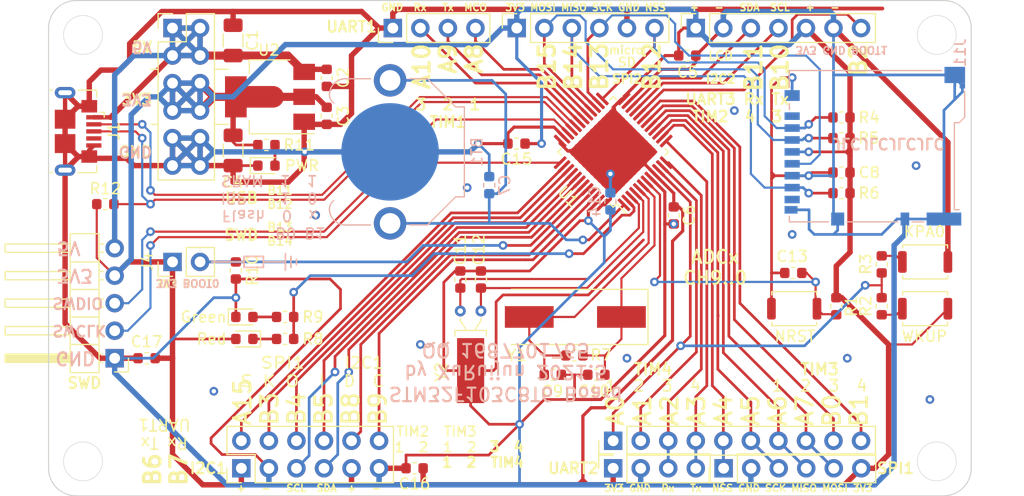
<source format=kicad_pcb>
(kicad_pcb (version 20171130) (host pcbnew 5.1.5+dfsg1-2build2)
  (layers (0 F.Cu signal) (31 B.Cu signal) (34 B.Paste user) (35 F.Paste user) (36 B.SilkS user) (37 F.SilkS user) (38 B.Mask user) (39 F.Mask user) (44 Edge.Cuts user))
  (net 0 "")
  (net 1 /NRST)
  (net 2 GND)
  (net 3 +3V3)
  (net 4 +5V)
  (net 5 "Net-(D1-Pad1)")
  (net 6 "Net-(D2-Pad2)")
  (net 7 "Net-(K2-Pad1)")
  (net 8 "Net-(K3-Pad2)")
  (net 9 /USB_D+)
  (net 10 /USB_D-)
  (net 11 /SWDIO)
  (net 12 /BOOT0)
  (net 13 /RG_LED)
  (net 14 /PA4)
  (net 15 /PA5)
  (net 16 /PA6)
  (net 17 /PA7)
  (net 18 /PB1)
  (net 19 /PB0)
  (net 20 /PA3)
  (net 21 /PA2)
  (net 22 /PA1)
  (net 23 /PA0)
  (net 24 /PB9)
  (net 25 /PB8)
  (net 26 /PB7)
  (net 27 /PB6)
  (net 28 /PB5)
  (net 29 /PB4)
  (net 30 /PB3)
  (net 31 /PA10)
  (net 32 /PA9)
  (net 33 /PA8)
  (net 34 /PB11)
  (net 35 /PB10)
  (net 36 /PB2)
  (net 37 "Net-(BT1-Pad1)")
  (net 38 /PA15)
  (net 39 "Net-(D3-Pad2)")
  (net 40 /OSC8M_1)
  (net 41 /OSC8M_2)
  (net 42 /OSC32K_1)
  (net 43 /OSC32K_2)
  (net 44 /PB14)
  (net 45 /PB13)
  (net 46 /PB15)
  (net 47 /PB12)
  (net 48 /SWCLK)
  (net 49 "Net-(J1-Pad4)")
  (net 50 "Net-(J11-Pad8)")
  (net 51 "Net-(J11-Pad1)")
  (module Resistor_SMD:R_0603_1608Metric (layer F.Cu) (at 51.2065 115.316)
    (fp_text reference R12 (at 0 -1.43) (layer F.SilkS))
    (fp_text value 1.5k)
    (pad 2 smd roundrect (at 0.7875 0) (size 0.875 0.95) (layers F.Cu F.Paste F.Mask) (net 9 /USB_D+))
    (pad 1 smd roundrect (at -0.7875 0) (size 0.875 0.95) (layers F.Cu F.Paste F.Mask) (net 3 +3V3))
  )
  (module Capacitor_SMD:C_0603_1608Metric (layer F.Cu) (at 55.0165 129.54 180)
    (fp_text reference C17 (at 0 1.524) (layer F.SilkS))
    (fp_text value 104)
    (pad 2 smd roundrect (at 0.7875 0 180) (size 0.875 0.95) (layers F.Cu F.Paste F.Mask) (net 2 GND))
    (pad 1 smd roundrect (at -0.7875 0 180) (size 0.875 0.95) (layers F.Cu F.Paste F.Mask) (net 3 +3V3))
  )
  (module Capacitor_SMD:C_0603_1608Metric (layer F.Cu) (at 79.7305 139.7 180)
    (fp_text reference C16 (at 0 -1.43) (layer F.SilkS))
    (fp_text value 104)
    (pad 2 smd roundrect (at 0.7875 0 180) (size 0.875 0.95) (layers F.Cu F.Paste F.Mask) (net 2 GND))
    (pad 1 smd roundrect (at -0.7875 0 180) (size 0.875 0.95) (layers F.Cu F.Paste F.Mask) (net 3 +3V3))
  )
  (module Capacitor_SMD:C_0603_1608Metric (layer F.Cu) (at 89.1285 109.728 180)
    (fp_text reference C15 (at 0 -1.43) (layer F.SilkS))
    (fp_text value 104)
    (pad 1 smd roundrect (at -0.7875 0 180) (size 0.875 0.95) (layers F.Cu F.Paste F.Mask) (net 3 +3V3))
    (pad 2 smd roundrect (at 0.7875 0 180) (size 0.875 0.95) (layers F.Cu F.Paste F.Mask) (net 2 GND))
  )
  (module Capacitor_SMD:C_0603_1608Metric (layer B.Cu) (at 97.79 115.062 270)
    (fp_text reference C14 (at 0 1.43 90) (layer B.SilkS) (effects (justify mirror)))
    (fp_text value 104)
    (pad 2 smd roundrect (at 0.7875 0 270) (size 0.875 0.95) (layers B.Cu B.Paste B.Mask) (net 2 GND))
    (pad 1 smd roundrect (at -0.7875 0 270) (size 0.875 0.95) (layers B.Cu B.Paste B.Mask) (net 3 +3V3))
  )
  (module Connector_USB:USB_Micro-B_GCT_USB3076-30-A (layer F.Cu) (at 48.698 108.6 270)
    (fp_text reference J1 (at 0 -3.3 90) (layer F.SilkS))
    (fp_text value USB_B_Micro)
    (pad 6 smd rect (at -2.32 -1.03 270) (size 1.15 1.45) (layers F.Cu F.Paste F.Mask) (net 2 GND))
    (pad 6 smd rect (at 2.32 -1.03 270) (size 1.15 1.45) (layers F.Cu F.Paste F.Mask) (net 2 GND))
    (pad 6 thru_hole oval (at 3.575 1.2 270) (size 1.05 1.9) (drill oval 0.45 1.25) (layers *.Cu *.Mask) (net 2 GND))
    (pad 6 thru_hole oval (at -3.575 1.2 90) (size 1.05 1.9) (drill oval 0.45 1.25) (layers *.Cu *.Mask) (net 2 GND))
    (pad 6 smd rect (at -1.125 1.2 270) (size 1.75 1.9) (layers F.Cu F.Paste F.Mask) (net 2 GND))
    (pad 3 smd rect (at 0 -1.45 270) (size 0.4 1.4) (layers F.Cu F.Paste F.Mask) (net 9 /USB_D+))
    (pad 4 smd rect (at 0.65 -1.45 270) (size 0.4 1.4) (layers F.Cu F.Paste F.Mask) (net 49 "Net-(J1-Pad4)"))
    (pad 5 smd rect (at 1.3 -1.45 270) (size 0.4 1.4) (layers F.Cu F.Paste F.Mask) (net 2 GND))
    (pad 1 smd rect (at -1.3 -1.45 270) (size 0.4 1.4) (layers F.Cu F.Paste F.Mask) (net 4 +5V))
    (pad 2 smd rect (at -0.65 -1.45 270) (size 0.4 1.4) (layers F.Cu F.Paste F.Mask) (net 10 /USB_D-))
    (pad 6 smd rect (at 1.125 1.2 270) (size 1.75 1.9) (layers F.Cu F.Paste F.Mask) (net 2 GND))
  )
  (module Connector_PinHeader_2.54mm:PinHeader_1x02_P2.54mm_Vertical (layer F.Cu) (at 57.404 120.65 90)
    (fp_text reference J4 (at 0 -2.33 90) (layer F.SilkS))
    (fp_text value Conn_01x02)
    (pad 1 thru_hole rect (at 0 0 90) (size 1.7 1.7) (drill 1) (layers *.Cu *.Mask) (net 3 +3V3))
    (pad 2 thru_hole oval (at 0 2.54 90) (size 1.7 1.7) (drill 1) (layers *.Cu *.Mask) (net 12 /BOOT0))
  )
  (module Connector_PinSocket_2.54mm:PinSocket_1x07_P2.54mm_Vertical (layer F.Cu) (at 105.664 99.06 90)
    (fp_text reference J9 hide)
    (fp_text value Conn_01x04)
    (pad 7 thru_hole oval (at 0 15.24 90) (size 1.7 1.7) (drill 1) (layers *.Cu *.Mask) (net 36 /PB2))
    (pad 6 thru_hole oval (at 0 12.7 90) (size 1.7 1.7) (drill 1) (layers *.Cu *.Mask) (net 2 GND))
    (pad 5 thru_hole oval (at 0 10.16 90) (size 1.7 1.7) (drill 1) (layers *.Cu *.Mask) (net 3 +3V3))
    (pad 4 thru_hole oval (at 0 7.62 90) (size 1.7 1.7) (drill 1) (layers *.Cu *.Mask) (net 35 /PB10))
    (pad 3 thru_hole oval (at 0 5.08 90) (size 1.7 1.7) (drill 1) (layers *.Cu *.Mask) (net 34 /PB11))
    (pad 2 thru_hole oval (at 0 2.54 90) (size 1.7 1.7) (drill 1) (layers *.Cu *.Mask) (net 2 GND))
    (pad 1 thru_hole rect (at 0 0 90) (size 1.7 1.7) (drill 1) (layers *.Cu *.Mask) (net 3 +3V3))
  )
  (module Connector_PinSocket_2.54mm:PinSocket_1x04_P2.54mm_Vertical (layer F.Cu) (at 98.044 139.7 90)
    (fp_text reference J12 hide)
    (fp_text value Conn_01x04)
    (pad 4 thru_hole oval (at 0 7.62 90) (size 1.7 1.7) (drill 1) (layers *.Cu *.Mask) (net 20 /PA3))
    (pad 3 thru_hole oval (at 0 5.08 90) (size 1.7 1.7) (drill 1) (layers *.Cu *.Mask) (net 21 /PA2))
    (pad 2 thru_hole oval (at 0 2.54 90) (size 1.7 1.7) (drill 1) (layers *.Cu *.Mask) (net 2 GND))
    (pad 1 thru_hole rect (at 0 0 90) (size 1.7 1.7) (drill 1) (layers *.Cu *.Mask) (net 3 +3V3))
  )
  (module Connector_PinSocket_2.54mm:PinSocket_1x06_P2.54mm_Vertical (layer F.Cu) (at 89.154 99.06 90)
    (fp_text reference J10 hide)
    (fp_text value SPI2)
    (pad 6 thru_hole oval (at 0 12.7 90) (size 1.7 1.7) (drill 1) (layers *.Cu *.Mask) (net 47 /PB12))
    (pad 5 thru_hole oval (at 0 10.16 90) (size 1.7 1.7) (drill 1) (layers *.Cu *.Mask) (net 2 GND))
    (pad 4 thru_hole oval (at 0 7.62 90) (size 1.7 1.7) (drill 1) (layers *.Cu *.Mask) (net 45 /PB13))
    (pad 3 thru_hole oval (at 0 5.08 90) (size 1.7 1.7) (drill 1) (layers *.Cu *.Mask) (net 44 /PB14))
    (pad 2 thru_hole oval (at 0 2.54 90) (size 1.7 1.7) (drill 1) (layers *.Cu *.Mask) (net 46 /PB15))
    (pad 1 thru_hole rect (at 0 0 90) (size 1.7 1.7) (drill 1) (layers *.Cu *.Mask) (net 3 +3V3))
  )
  (module Capacitor_SMD:C_0603_1608Metric (layer F.Cu) (at 104.8765 101.6)
    (fp_text reference C5 (at 0.0255 1.524) (layer F.SilkS))
    (fp_text value 104)
    (pad 2 smd roundrect (at 0.7875 0) (size 0.875 0.95) (layers F.Cu F.Paste F.Mask) (net 2 GND))
    (pad 1 smd roundrect (at -0.7875 0) (size 0.875 0.95) (layers F.Cu F.Paste F.Mask) (net 3 +3V3))
  )
  (module Package_QFP:LQFP-48_7x7mm_P0.5mm (layer F.Cu) (at 98.044 110.49 135)
    (fp_text reference U1 (at 0 -5.85 135) (layer F.SilkS))
    (fp_text value STM32F103C8Tx)
    (pad 48 smd roundrect (at -2.75 -4.1625 135) (size 0.3 1.475) (layers F.Cu F.Paste F.Mask) (net 3 +3V3))
    (pad 47 smd roundrect (at -2.25 -4.1625 135) (size 0.3 1.475) (layers F.Cu F.Paste F.Mask) (net 2 GND))
    (pad 46 smd roundrect (at -1.75 -4.1625 135) (size 0.3 1.475) (layers F.Cu F.Paste F.Mask) (net 24 /PB9))
    (pad 45 smd roundrect (at -1.25 -4.1625 135) (size 0.3 1.475) (layers F.Cu F.Paste F.Mask) (net 25 /PB8))
    (pad 44 smd roundrect (at -0.75 -4.1625 135) (size 0.3 1.475) (layers F.Cu F.Paste F.Mask) (net 12 /BOOT0))
    (pad 43 smd roundrect (at -0.25 -4.1625 135) (size 0.3 1.475) (layers F.Cu F.Paste F.Mask) (net 26 /PB7))
    (pad 42 smd roundrect (at 0.25 -4.1625 135) (size 0.3 1.475) (layers F.Cu F.Paste F.Mask) (net 27 /PB6))
    (pad 41 smd roundrect (at 0.75 -4.1625 135) (size 0.3 1.475) (layers F.Cu F.Paste F.Mask) (net 28 /PB5))
    (pad 40 smd roundrect (at 1.25 -4.1625 135) (size 0.3 1.475) (layers F.Cu F.Paste F.Mask) (net 29 /PB4))
    (pad 39 smd roundrect (at 1.75 -4.1625 135) (size 0.3 1.475) (layers F.Cu F.Paste F.Mask) (net 30 /PB3))
    (pad 38 smd roundrect (at 2.25 -4.1625 135) (size 0.3 1.475) (layers F.Cu F.Paste F.Mask) (net 38 /PA15))
    (pad 37 smd roundrect (at 2.75 -4.1625 135) (size 0.3 1.475) (layers F.Cu F.Paste F.Mask) (net 48 /SWCLK))
    (pad 36 smd roundrect (at 4.1625 -2.75 135) (size 1.475 0.3) (layers F.Cu F.Paste F.Mask) (net 3 +3V3))
    (pad 35 smd roundrect (at 4.1625 -2.25 135) (size 1.475 0.3) (layers F.Cu F.Paste F.Mask) (net 2 GND))
    (pad 34 smd roundrect (at 4.1625 -1.75 135) (size 1.475 0.3) (layers F.Cu F.Paste F.Mask) (net 11 /SWDIO))
    (pad 33 smd roundrect (at 4.1625 -1.25 135) (size 1.475 0.3) (layers F.Cu F.Paste F.Mask) (net 9 /USB_D+))
    (pad 32 smd roundrect (at 4.1625 -0.75 135) (size 1.475 0.3) (layers F.Cu F.Paste F.Mask) (net 10 /USB_D-))
    (pad 31 smd roundrect (at 4.1625 -0.25 135) (size 1.475 0.3) (layers F.Cu F.Paste F.Mask) (net 31 /PA10))
    (pad 30 smd roundrect (at 4.1625 0.25 135) (size 1.475 0.3) (layers F.Cu F.Paste F.Mask) (net 32 /PA9))
    (pad 29 smd roundrect (at 4.1625 0.75 135) (size 1.475 0.3) (layers F.Cu F.Paste F.Mask) (net 33 /PA8))
    (pad 28 smd roundrect (at 4.1625 1.25 135) (size 1.475 0.3) (layers F.Cu F.Paste F.Mask) (net 46 /PB15))
    (pad 27 smd roundrect (at 4.1625 1.75 135) (size 1.475 0.3) (layers F.Cu F.Paste F.Mask) (net 44 /PB14))
    (pad 26 smd roundrect (at 4.1625 2.25 135) (size 1.475 0.3) (layers F.Cu F.Paste F.Mask) (net 45 /PB13))
    (pad 25 smd roundrect (at 4.1625 2.75 135) (size 1.475 0.3) (layers F.Cu F.Paste F.Mask) (net 47 /PB12))
    (pad 24 smd roundrect (at 2.75 4.1625 135) (size 0.3 1.475) (layers F.Cu F.Paste F.Mask) (net 3 +3V3))
    (pad 23 smd roundrect (at 2.25 4.1625 135) (size 0.3 1.475) (layers F.Cu F.Paste F.Mask) (net 2 GND))
    (pad 22 smd roundrect (at 1.75 4.1625 135) (size 0.3 1.475) (layers F.Cu F.Paste F.Mask) (net 34 /PB11))
    (pad 21 smd roundrect (at 1.25 4.1625 135) (size 0.3 1.475) (layers F.Cu F.Paste F.Mask) (net 35 /PB10))
    (pad 20 smd roundrect (at 0.75 4.1625 135) (size 0.3 1.475) (layers F.Cu F.Paste F.Mask) (net 36 /PB2))
    (pad 19 smd roundrect (at 0.25 4.1625 135) (size 0.3 1.475) (layers F.Cu F.Paste F.Mask) (net 18 /PB1))
    (pad 18 smd roundrect (at -0.25 4.1625 135) (size 0.3 1.475) (layers F.Cu F.Paste F.Mask) (net 19 /PB0))
    (pad 17 smd roundrect (at -0.75 4.1625 135) (size 0.3 1.475) (layers F.Cu F.Paste F.Mask) (net 17 /PA7))
    (pad 16 smd roundrect (at -1.25 4.1625 135) (size 0.3 1.475) (layers F.Cu F.Paste F.Mask) (net 16 /PA6))
    (pad 15 smd roundrect (at -1.75 4.1625 135) (size 0.3 1.475) (layers F.Cu F.Paste F.Mask) (net 15 /PA5))
    (pad 14 smd roundrect (at -2.25 4.1625 135) (size 0.3 1.475) (layers F.Cu F.Paste F.Mask) (net 14 /PA4))
    (pad 13 smd roundrect (at -2.75 4.1625 135) (size 0.3 1.475) (layers F.Cu F.Paste F.Mask) (net 20 /PA3))
    (pad 12 smd roundrect (at -4.1625 2.75 135) (size 1.475 0.3) (layers F.Cu F.Paste F.Mask) (net 21 /PA2))
    (pad 11 smd roundrect (at -4.1625 2.25 135) (size 1.475 0.3) (layers F.Cu F.Paste F.Mask) (net 22 /PA1))
    (pad 10 smd roundrect (at -4.1625 1.75 135) (size 1.475 0.3) (layers F.Cu F.Paste F.Mask) (net 23 /PA0))
    (pad 9 smd roundrect (at -4.1625 1.25 135) (size 1.475 0.3) (layers F.Cu F.Paste F.Mask) (net 3 +3V3))
    (pad 8 smd roundrect (at -4.1625 0.75 135) (size 1.475 0.3) (layers F.Cu F.Paste F.Mask) (net 2 GND))
    (pad 7 smd roundrect (at -4.1625 0.25 135) (size 1.475 0.3) (layers F.Cu F.Paste F.Mask) (net 1 /NRST))
    (pad 6 smd roundrect (at -4.1625 -0.25 135) (size 1.475 0.3) (layers F.Cu F.Paste F.Mask) (net 41 /OSC8M_2))
    (pad 5 smd roundrect (at -4.1625 -0.75 135) (size 1.475 0.3) (layers F.Cu F.Paste F.Mask) (net 40 /OSC8M_1))
    (pad 4 smd roundrect (at -4.1625 -1.25 135) (size 1.475 0.3) (layers F.Cu F.Paste F.Mask) (net 43 /OSC32K_2))
    (pad 3 smd roundrect (at -4.1625 -1.75 135) (size 1.475 0.3) (layers F.Cu F.Paste F.Mask) (net 42 /OSC32K_1))
    (pad 2 smd roundrect (at -4.1625 -2.25 135) (size 1.475 0.3) (layers F.Cu F.Paste F.Mask) (net 13 /RG_LED))
    (pad 1 smd roundrect (at -4.1625 -2.75 135) (size 1.475 0.3) (layers F.Cu F.Paste F.Mask) (net 37 "Net-(BT1-Pad1)"))
  )
  (module Connector_PinHeader_2.54mm:PinHeader_2x06_P2.54mm_Vertical (layer F.Cu) (at 63.754 139.7 90)
    (fp_text reference J8 hide)
    (fp_text value BxI2C1)
    (pad 12 thru_hole oval (at 2.54 12.7 90) (size 1.7 1.7) (drill 1) (layers *.Cu *.Mask) (net 24 /PB9))
    (pad 11 thru_hole oval (at 0 12.7 90) (size 1.7 1.7) (drill 1) (layers *.Cu *.Mask) (net 2 GND))
    (pad 10 thru_hole oval (at 2.54 10.16 90) (size 1.7 1.7) (drill 1) (layers *.Cu *.Mask) (net 25 /PB8))
    (pad 9 thru_hole oval (at 0 10.16 90) (size 1.7 1.7) (drill 1) (layers *.Cu *.Mask) (net 3 +3V3))
    (pad 8 thru_hole oval (at 2.54 7.62 90) (size 1.7 1.7) (drill 1) (layers *.Cu *.Mask) (net 28 /PB5))
    (pad 7 thru_hole oval (at 0 7.62 90) (size 1.7 1.7) (drill 1) (layers *.Cu *.Mask) (net 26 /PB7))
    (pad 6 thru_hole oval (at 2.54 5.08 90) (size 1.7 1.7) (drill 1) (layers *.Cu *.Mask) (net 29 /PB4))
    (pad 5 thru_hole oval (at 0 5.08 90) (size 1.7 1.7) (drill 1) (layers *.Cu *.Mask) (net 27 /PB6))
    (pad 4 thru_hole oval (at 2.54 2.54 90) (size 1.7 1.7) (drill 1) (layers *.Cu *.Mask) (net 30 /PB3))
    (pad 3 thru_hole oval (at 0 2.54 90) (size 1.7 1.7) (drill 1) (layers *.Cu *.Mask) (net 2 GND))
    (pad 2 thru_hole oval (at 2.54 0 90) (size 1.7 1.7) (drill 1) (layers *.Cu *.Mask) (net 38 /PA15))
    (pad 1 thru_hole rect (at 0 0 90) (size 1.7 1.7) (drill 1) (layers *.Cu *.Mask) (net 3 +3V3))
  )
  (module Capacitor_SMD:C_0603_1608Metric (layer F.Cu) (at 103.632 116.3575 270)
    (fp_text reference C6 (at 0 -1.43 90) (layer F.SilkS))
    (fp_text value 104)
    (pad 2 smd roundrect (at 0.7875 0 270) (size 0.875 0.95) (layers F.Cu F.Paste F.Mask) (net 2 GND))
    (pad 1 smd roundrect (at -0.7875 0 270) (size 0.875 0.95) (layers F.Cu F.Paste F.Mask) (net 3 +3V3))
  )
  (module Capacitor_SMD:C_0603_1608Metric (layer B.Cu) (at 86.614 113.5635 90)
    (fp_text reference C7 (at 0 1.43 270) (layer B.SilkS) (effects (justify mirror)))
    (fp_text value 104)
    (pad 2 smd roundrect (at 0.7875 0 90) (size 0.875 0.95) (layers B.Cu B.Paste B.Mask) (net 2 GND))
    (pad 1 smd roundrect (at -0.7875 0 90) (size 0.875 0.95) (layers B.Cu B.Paste B.Mask) (net 37 "Net-(BT1-Pad1)"))
  )
  (module Package_TO_SOT_SMD:SOT-223-3_TabPin2 (layer F.Cu) (at 66.396 105.41 180)
    (fp_text reference U2 (at 0.102 4.318) (layer F.SilkS))
    (fp_text value AMS1117-3.3 hide)
    (pad 1 smd rect (at -3.15 -2.3 180) (size 2 1.5) (layers F.Cu F.Paste F.Mask) (net 2 GND))
    (pad 3 smd rect (at -3.15 2.3 180) (size 2 1.5) (layers F.Cu F.Paste F.Mask) (net 4 +5V))
    (pad 2 smd rect (at -3.15 0 180) (size 2 1.5) (layers F.Cu F.Paste F.Mask) (net 3 +3V3))
    (pad 2 smd rect (at 3.15 0 180) (size 2 3.8) (layers F.Cu F.Paste F.Mask) (net 3 +3V3))
  )
  (module Resistor_SMD:R_0603_1608Metric (layer F.Cu) (at 66.0655 109.855)
    (fp_text reference R11 (at 3.0225 0) (layer F.SilkS))
    (fp_text value 510 hide)
    (pad 2 smd roundrect (at 0.7875 0) (size 0.875 0.95) (layers F.Cu F.Paste F.Mask) (net 39 "Net-(D3-Pad2)"))
    (pad 1 smd roundrect (at -0.7875 0) (size 0.875 0.95) (layers F.Cu F.Paste F.Mask) (net 3 +3V3))
  )
  (module LED_SMD:LED_0603_1608Metric (layer F.Cu) (at 66.0655 111.76)
    (fp_text reference D3 hide)
    (fp_text value PWR)
    (pad 2 smd roundrect (at 0.7875 0) (size 0.875 0.95) (layers F.Cu F.Paste F.Mask) (net 39 "Net-(D3-Pad2)"))
    (pad 1 smd roundrect (at -0.7875 0) (size 0.875 0.95) (layers F.Cu F.Paste F.Mask) (net 2 GND))
  )
  (module Battery:BatteryHolder_Keystone_3001_1x12mm (layer B.Cu) (at 77.47 110.49 90)
    (fp_text reference BT1 (at 0 8 270) (layer B.SilkS) (effects (justify mirror)))
    (fp_text value CR1220)
    (pad 2 smd circle (at 0 0 90) (size 9 9) (layers B.Cu B.Mask) (net 2 GND))
    (pad 1 thru_hole circle (at 6.6 0 90) (size 3 3) (drill 1.9) (layers *.Cu *.Mask) (net 37 "Net-(BT1-Pad1)"))
    (pad 1 thru_hole circle (at -6.6 0 90) (size 3 3) (drill 1.9) (layers *.Cu *.Mask) (net 37 "Net-(BT1-Pad1)"))
  )
  (module Resistor_SMD:R_0603_1608Metric (layer F.Cu) (at 63.246 121.4375 270)
    (fp_text reference R10 (at -0.0255 -1.524 90) (layer F.SilkS))
    (fp_text value 10k hide)
    (pad 2 smd roundrect (at 0.7875 0 270) (size 0.875 0.95) (layers F.Cu F.Paste F.Mask) (net 2 GND))
    (pad 1 smd roundrect (at -0.7875 0 270) (size 0.875 0.95) (layers F.Cu F.Paste F.Mask) (net 12 /BOOT0))
  )
  (module Resistor_SMD:R_0603_1608Metric (layer F.Cu) (at 119.1005 114.3 180)
    (fp_text reference R6 (at -2.54 0) (layer F.SilkS))
    (fp_text value 47k hide)
    (pad 2 smd roundrect (at 0.7875 0 180) (size 0.875 0.95) (layers F.Cu F.Paste F.Mask) (net 44 /PB14))
    (pad 1 smd roundrect (at -0.7875 0 180) (size 0.875 0.95) (layers F.Cu F.Paste F.Mask) (net 3 +3V3))
  )
  (module Resistor_SMD:R_0603_1608Metric (layer F.Cu) (at 119.1005 109.22 180)
    (fp_text reference R5 (at -2.5145 0) (layer F.SilkS))
    (fp_text value 47k hide)
    (pad 2 smd roundrect (at 0.7875 0 180) (size 0.875 0.95) (layers F.Cu F.Paste F.Mask) (net 46 /PB15))
    (pad 1 smd roundrect (at -0.7875 0 180) (size 0.875 0.95) (layers F.Cu F.Paste F.Mask) (net 3 +3V3))
  )
  (module Resistor_SMD:R_0603_1608Metric (layer F.Cu) (at 119.1005 107.315 180)
    (fp_text reference R4 (at -2.54 0) (layer F.SilkS))
    (fp_text value 47k hide)
    (pad 2 smd roundrect (at 0.7875 0 180) (size 0.875 0.95) (layers F.Cu F.Paste F.Mask) (net 47 /PB12))
    (pad 1 smd roundrect (at -0.7875 0 180) (size 0.875 0.95) (layers F.Cu F.Paste F.Mask) (net 3 +3V3))
  )
  (module Capacitor_SMD:C_0603_1608Metric (layer F.Cu) (at 119.1005 112.395 180)
    (fp_text reference C8 (at -2.5655 0) (layer F.SilkS))
    (fp_text value 104 hide)
    (pad 2 smd roundrect (at 0.7875 0 180) (size 0.875 0.95) (layers F.Cu F.Paste F.Mask) (net 2 GND))
    (pad 1 smd roundrect (at -0.7875 0 180) (size 0.875 0.95) (layers F.Cu F.Paste F.Mask) (net 3 +3V3))
  )
  (module Connector_PinHeader_2.54mm:PinHeader_1x04_P2.54mm_Vertical (layer F.Cu) (at 77.724 99.06 90)
    (fp_text reference J7 hide)
    (fp_text value UART1)
    (pad 4 thru_hole oval (at 0 7.62 90) (size 1.7 1.7) (drill 1) (layers *.Cu *.Mask) (net 33 /PA8))
    (pad 3 thru_hole oval (at 0 5.08 90) (size 1.7 1.7) (drill 1) (layers *.Cu *.Mask) (net 32 /PA9))
    (pad 2 thru_hole oval (at 0 2.54 90) (size 1.7 1.7) (drill 1) (layers *.Cu *.Mask) (net 31 /PA10))
    (pad 1 thru_hole rect (at 0 0 90) (size 1.7 1.7) (drill 1) (layers *.Cu *.Mask) (net 2 GND))
  )
  (module Connector_PinHeader_2.54mm:PinHeader_1x10_P2.54mm_Vertical (layer F.Cu) (at 98.044 137.16 90)
    (fp_text reference J5 hide)
    (fp_text value ADC)
    (pad 10 thru_hole oval (at 0 22.86 90) (size 1.7 1.7) (drill 1) (layers *.Cu *.Mask) (net 18 /PB1))
    (pad 9 thru_hole oval (at 0 20.32 90) (size 1.7 1.7) (drill 1) (layers *.Cu *.Mask) (net 19 /PB0))
    (pad 8 thru_hole oval (at 0 17.78 90) (size 1.7 1.7) (drill 1) (layers *.Cu *.Mask) (net 17 /PA7))
    (pad 7 thru_hole oval (at 0 15.24 90) (size 1.7 1.7) (drill 1) (layers *.Cu *.Mask) (net 16 /PA6))
    (pad 6 thru_hole oval (at 0 12.7 90) (size 1.7 1.7) (drill 1) (layers *.Cu *.Mask) (net 15 /PA5))
    (pad 5 thru_hole oval (at 0 10.16 90) (size 1.7 1.7) (drill 1) (layers *.Cu *.Mask) (net 14 /PA4))
    (pad 4 thru_hole oval (at 0 7.62 90) (size 1.7 1.7) (drill 1) (layers *.Cu *.Mask) (net 20 /PA3))
    (pad 3 thru_hole oval (at 0 5.08 90) (size 1.7 1.7) (drill 1) (layers *.Cu *.Mask) (net 21 /PA2))
    (pad 2 thru_hole oval (at 0 2.54 90) (size 1.7 1.7) (drill 1) (layers *.Cu *.Mask) (net 22 /PA1))
    (pad 1 thru_hole rect (at 0 0 90) (size 1.7 1.7) (drill 1) (layers *.Cu *.Mask) (net 23 /PA0))
  )
  (module Connector_PinHeader_2.54mm:PinHeader_1x06_P2.54mm_Vertical (layer F.Cu) (at 108.2294 139.7 90)
    (fp_text reference J6 hide)
    (fp_text value SPI1)
    (pad 6 thru_hole oval (at 0 12.7 90) (size 1.7 1.7) (drill 1) (layers *.Cu *.Mask) (net 3 +3V3))
    (pad 5 thru_hole oval (at 0 10.16 90) (size 1.7 1.7) (drill 1) (layers *.Cu *.Mask) (net 17 /PA7))
    (pad 4 thru_hole oval (at 0 7.62 90) (size 1.7 1.7) (drill 1) (layers *.Cu *.Mask) (net 16 /PA6))
    (pad 3 thru_hole oval (at 0 5.08 90) (size 1.7 1.7) (drill 1) (layers *.Cu *.Mask) (net 15 /PA5))
    (pad 2 thru_hole oval (at 0 2.54 90) (size 1.7 1.7) (drill 1) (layers *.Cu *.Mask) (net 2 GND))
    (pad 1 thru_hole rect (at 0 0 90) (size 1.7 1.7) (drill 1) (layers *.Cu *.Mask) (net 14 /PA4))
  )
  (module Capacitor_SMD:C_1206_3216Metric (layer F.Cu) (at 62.992 110.36 270)
    (fp_text reference C4 (at 2.924 0 180) (layer F.SilkS))
    (fp_text value 47u hide)
    (pad 1 smd roundrect (at -1.4 0 270) (size 1.25 1.75) (layers F.Cu F.Paste F.Mask) (roundrect_rratio 0.2) (net 3 +3V3))
    (pad 2 smd roundrect (at 1.4 0 270) (size 1.25 1.75) (layers F.Cu F.Paste F.Mask) (roundrect_rratio 0.2) (net 2 GND))
  )
  (module Capacitor_SMD:C_0603_1608Metric (layer F.Cu) (at 71.628 107.1625 270)
    (fp_text reference C3 (at 0.0255 -1.524 90) (layer F.SilkS))
    (fp_text value 104 hide)
    (pad 2 smd roundrect (at 0.7875 0 270) (size 0.875 0.95) (layers F.Cu F.Paste F.Mask) (net 2 GND))
    (pad 1 smd roundrect (at -0.7875 0 270) (size 0.875 0.95) (layers F.Cu F.Paste F.Mask) (net 3 +3V3))
  )
  (module Capacitor_SMD:C_0603_1608Metric (layer F.Cu) (at 71.628 103.6575 270)
    (fp_text reference C2 (at -0.0255 -1.524 90) (layer F.SilkS))
    (fp_text value 104 hide)
    (pad 2 smd roundrect (at 0.7875 0 270) (size 0.875 0.95) (layers F.Cu F.Paste F.Mask) (net 2 GND))
    (pad 1 smd roundrect (at -0.7875 0 270) (size 0.875 0.95) (layers F.Cu F.Paste F.Mask) (net 4 +5V))
  )
  (module Capacitor_SMD:C_1206_3216Metric (layer F.Cu) (at 62.992 100.2 90)
    (fp_text reference C1 (at 0 1.778 90) (layer F.SilkS))
    (fp_text value 47u hide)
    (pad 2 smd roundrect (at 1.4 0 90) (size 1.25 1.75) (layers F.Cu F.Paste F.Mask) (roundrect_rratio 0.2) (net 2 GND))
    (pad 1 smd roundrect (at -1.4 0 90) (size 1.25 1.75) (layers F.Cu F.Paste F.Mask) (roundrect_rratio 0.2) (net 4 +5V))
  )
  (module Connector_PinHeader_2.54mm:PinHeader_2x06_P2.54mm_Vertical (layer F.Cu) (at 57.404 99.06)
    (fp_text reference J2 hide)
    (fp_text value Power hide)
    (pad 12 thru_hole oval (at 2.54 12.7) (size 1.7 1.7) (drill 1) (layers *.Cu *.Mask) (net 2 GND))
    (pad 11 thru_hole oval (at 0 12.7) (size 1.7 1.7) (drill 1) (layers *.Cu *.Mask) (net 2 GND))
    (pad 10 thru_hole oval (at 2.54 10.16) (size 1.7 1.7) (drill 1) (layers *.Cu *.Mask) (net 2 GND))
    (pad 9 thru_hole oval (at 0 10.16) (size 1.7 1.7) (drill 1) (layers *.Cu *.Mask) (net 2 GND))
    (pad 8 thru_hole oval (at 2.54 7.62) (size 1.7 1.7) (drill 1) (layers *.Cu *.Mask) (net 3 +3V3))
    (pad 7 thru_hole oval (at 0 7.62) (size 1.7 1.7) (drill 1) (layers *.Cu *.Mask) (net 3 +3V3))
    (pad 6 thru_hole oval (at 2.54 5.08) (size 1.7 1.7) (drill 1) (layers *.Cu *.Mask) (net 3 +3V3))
    (pad 5 thru_hole oval (at 0 5.08) (size 1.7 1.7) (drill 1) (layers *.Cu *.Mask) (net 3 +3V3))
    (pad 4 thru_hole oval (at 2.54 2.54) (size 1.7 1.7) (drill 1) (layers *.Cu *.Mask) (net 4 +5V))
    (pad 3 thru_hole oval (at 0 2.54) (size 1.7 1.7) (drill 1) (layers *.Cu *.Mask) (net 4 +5V))
    (pad 2 thru_hole oval (at 2.54 0) (size 1.7 1.7) (drill 1) (layers *.Cu *.Mask) (net 4 +5V))
    (pad 1 thru_hole rect (at 0 0) (size 1.7 1.7) (drill 1) (layers *.Cu *.Mask) (net 4 +5V))
  )
  (module Connector_PinHeader_2.54mm:PinHeader_1x05_P2.54mm_Horizontal (layer F.Cu) (at 52.07 129.54 180)
    (fp_text reference J3 hide)
    (fp_text value SWD)
    (pad 1 thru_hole rect (at 0 0 180) (size 1.7 1.7) (drill 1) (layers *.Cu *.Mask) (net 2 GND))
    (pad 2 thru_hole oval (at 0 2.54 180) (size 1.7 1.7) (drill 1) (layers *.Cu *.Mask) (net 48 /SWCLK))
    (pad 3 thru_hole oval (at 0 5.08 180) (size 1.7 1.7) (drill 1) (layers *.Cu *.Mask) (net 11 /SWDIO))
    (pad 4 thru_hole oval (at 0 7.62 180) (size 1.7 1.7) (drill 1) (layers *.Cu *.Mask) (net 3 +3V3))
    (pad 5 thru_hole oval (at 0 10.16 180) (size 1.7 1.7) (drill 1) (layers *.Cu *.Mask) (net 4 +5V))
  )
  (module Crystal:Crystal_SMD_HC49-SD (layer F.Cu) (at 94.556 125.73 180)
    (fp_text reference Y1 (at 5.402 -3.556) (layer F.SilkS))
    (fp_text value 8MHz hide)
    (pad 2 smd rect (at 4.25 0 180) (size 4.5 2) (layers F.Cu F.Paste F.Mask) (net 40 /OSC8M_1))
    (pad 1 smd rect (at -4.25 0 180) (size 4.5 2) (layers F.Cu F.Paste F.Mask) (net 41 /OSC8M_2))
  )
  (module Crystal:Crystal_DS26_D2.0mm_L6.0mm_Horizontal_1EP_style1 (layer F.Cu) (at 83.947 125.183)
    (fp_text reference Y2 (at -1.778 5.627 90) (layer F.SilkS))
    (fp_text value 32.768k hide)
    (pad 1 thru_hole circle (at 0 0) (size 1 1) (drill 0.5) (layers *.Cu *.Mask) (net 42 /OSC32K_1))
    (pad 2 thru_hole circle (at 1.9 0) (size 1 1) (drill 0.5) (layers *.Cu *.Mask) (net 43 /OSC32K_2))
    (pad 3 smd rect (at 0.95 5.5) (size 2.5 6) (layers F.Cu F.Paste F.Mask) (net 2 GND))
  )
  (module Resistor_SMD:R_0603_1608Metric (layer F.Cu) (at 67.7925 125.73 180)
    (fp_text reference R9 (at -2.5655 0) (layer F.SilkS))
    (fp_text value 470)
    (pad 2 smd roundrect (at 0.7875 0 180) (size 0.875 0.95) (layers F.Cu F.Paste F.Mask) (net 6 "Net-(D2-Pad2)"))
    (pad 1 smd roundrect (at -0.7875 0 180) (size 0.875 0.95) (layers F.Cu F.Paste F.Mask) (net 13 /RG_LED))
  )
  (module Resistor_SMD:R_0603_1608Metric (layer F.Cu) (at 67.7925 127.762)
    (fp_text reference R8 (at 2.5655 0) (layer F.SilkS))
    (fp_text value 510)
    (pad 2 smd roundrect (at 0.7875 0) (size 0.875 0.95) (layers F.Cu F.Paste F.Mask) (net 13 /RG_LED))
    (pad 1 smd roundrect (at -0.7875 0) (size 0.875 0.95) (layers F.Cu F.Paste F.Mask) (net 5 "Net-(D1-Pad1)"))
  )
  (module Resistor_SMD:R_0603_1608Metric (layer F.Cu) (at 94.4625 129.286)
    (fp_text reference R7 (at 2.459145 -0.049085 180) (layer F.SilkS))
    (fp_text value 1M hide)
    (pad 2 smd roundrect (at 0.7875 0) (size 0.875 0.95) (layers F.Cu F.Paste F.Mask) (net 41 /OSC8M_2))
    (pad 1 smd roundrect (at -0.7875 0) (size 0.875 0.95) (layers F.Cu F.Paste F.Mask) (net 40 /OSC8M_1))
  )
  (module Resistor_SMD:R_0603_1608Metric (layer F.Cu) (at 122.809 120.8785 90)
    (fp_text reference R3 (at 0.0253 -1.4732 90) (layer F.SilkS))
    (fp_text value 10k hide)
    (pad 1 smd roundrect (at -0.7875 0 90) (size 0.875 0.95) (layers F.Cu F.Paste F.Mask) (net 23 /PA0))
    (pad 2 smd roundrect (at 0.7875 0 90) (size 0.875 0.95) (layers F.Cu F.Paste F.Mask) (net 8 "Net-(K3-Pad2)"))
  )
  (module Resistor_SMD:R_0603_1608Metric (layer F.Cu) (at 122.809 124.7395 90)
    (fp_text reference R2 (at 0.0001 -1.4732 90) (layer F.SilkS))
    (fp_text value 10k hide)
    (pad 2 smd roundrect (at 0.7875 0 90) (size 0.875 0.95) (layers F.Cu F.Paste F.Mask) (net 23 /PA0))
    (pad 1 smd roundrect (at -0.7875 0 90) (size 0.875 0.95) (layers F.Cu F.Paste F.Mask) (net 7 "Net-(K2-Pad1)"))
  )
  (module Resistor_SMD:R_0603_1608Metric (layer F.Cu) (at 118.618 124.7395 270)
    (fp_text reference R1 (at -0.0001 -1.397 90) (layer F.SilkS))
    (fp_text value 10k)
    (pad 2 smd roundrect (at 0.7875 0 270) (size 0.875 0.95) (layers F.Cu F.Paste F.Mask) (net 1 /NRST))
    (pad 1 smd roundrect (at -0.7875 0 270) (size 0.875 0.95) (layers F.Cu F.Paste F.Mask) (net 3 +3V3))
  )
  (module Button_Switch_SMD:SW_Push_SPST_NO_Alps_SKRK (layer F.Cu) (at 126.814 120.65 180)
    (fp_text reference K3 hide)
    (fp_text value KPA0)
    (pad 2 smd roundrect (at 2.1 0 180) (size 0.8 2) (layers F.Cu F.Paste F.Mask) (net 8 "Net-(K3-Pad2)"))
    (pad 1 smd roundrect (at -2.1 0 180) (size 0.8 2) (layers F.Cu F.Paste F.Mask) (net 2 GND))
  )
  (module Button_Switch_SMD:SW_Push_SPST_NO_Alps_SKRK (layer F.Cu) (at 126.814 124.968)
    (fp_text reference K2 hide)
    (fp_text value WKUP)
    (pad 1 smd roundrect (at -2.1 0) (size 0.8 2) (layers F.Cu F.Paste F.Mask) (net 7 "Net-(K2-Pad1)"))
    (pad 2 smd roundrect (at 2.1 0) (size 0.8 2) (layers F.Cu F.Paste F.Mask) (net 3 +3V3))
  )
  (module Button_Switch_SMD:SW_Push_SPST_NO_Alps_SKRK (layer F.Cu) (at 114.74 124.968)
    (fp_text reference K1 hide)
    (fp_text value NRST)
    (pad 1 smd roundrect (at -2.1 0) (size 0.8 2) (layers F.Cu F.Paste F.Mask) (net 2 GND))
    (pad 2 smd roundrect (at 2.1 0) (size 0.8 2) (layers F.Cu F.Paste F.Mask) (net 1 /NRST))
  )
  (module LED_SMD:LED_0603_1608Metric (layer F.Cu) (at 64.0335 125.73)
    (fp_text reference D2 hide)
    (fp_text value Green)
    (pad 2 smd roundrect (at 0.7875 0) (size 0.875 0.95) (layers F.Cu F.Paste F.Mask) (net 6 "Net-(D2-Pad2)"))
    (pad 1 smd roundrect (at -0.7875 0) (size 0.875 0.95) (layers F.Cu F.Paste F.Mask) (net 2 GND))
  )
  (module LED_SMD:LED_0603_1608Metric (layer F.Cu) (at 64.0335 127.762 180)
    (fp_text reference D1 hide)
    (fp_text value Red)
    (pad 2 smd roundrect (at 0.7875 0 180) (size 0.875 0.95) (layers F.Cu F.Paste F.Mask) (net 3 +3V3))
    (pad 1 smd roundrect (at -0.7875 0 180) (size 0.875 0.95) (layers F.Cu F.Paste F.Mask) (net 5 "Net-(D1-Pad1)"))
  )
  (module Capacitor_SMD:C_0603_1608Metric (layer F.Cu) (at 85.852 122.2755 270)
    (fp_text reference C12 (at -2.7685 0.1905 90) (layer F.SilkS))
    (fp_text value 12p hide)
    (pad 2 smd roundrect (at 0.7875 0 270) (size 0.875 0.95) (layers F.Cu F.Paste F.Mask) (net 43 /OSC32K_2))
    (pad 1 smd roundrect (at -0.7875 0 270) (size 0.875 0.95) (layers F.Cu F.Paste F.Mask) (net 2 GND))
  )
  (module Capacitor_SMD:C_0603_1608Metric (layer F.Cu) (at 83.947 122.2755 270)
    (fp_text reference C11 (at -2.7685 0 90) (layer F.SilkS))
    (fp_text value 12p hide)
    (pad 1 smd roundrect (at -0.7875 0 270) (size 0.875 0.95) (layers F.Cu F.Paste F.Mask) (net 2 GND))
    (pad 2 smd roundrect (at 0.7875 0 270) (size 0.875 0.95) (layers F.Cu F.Paste F.Mask) (net 42 /OSC32K_1))
  )
  (module Capacitor_SMD:C_0603_1608Metric (layer F.Cu) (at 96.4945 131.064)
    (fp_text reference C10 (at -0.2285 1.524) (layer F.SilkS))
    (fp_text value 20p hide)
    (pad 2 smd roundrect (at 0.7875 0) (size 0.875 0.95) (layers F.Cu F.Paste F.Mask) (net 41 /OSC8M_2))
    (pad 1 smd roundrect (at -0.7875 0) (size 0.875 0.95) (layers F.Cu F.Paste F.Mask) (net 2 GND))
  )
  (module Capacitor_SMD:C_0603_1608Metric (layer F.Cu) (at 92.4815 131.064 180)
    (fp_text reference C9 (at 0.0255 -1.524) (layer F.SilkS))
    (fp_text value 20p hide)
    (pad 2 smd roundrect (at 0.7875 0 180) (size 0.875 0.95) (layers F.Cu F.Paste F.Mask) (net 40 /OSC8M_1))
    (pad 1 smd roundrect (at -0.7875 0 180) (size 0.875 0.95) (layers F.Cu F.Paste F.Mask) (net 2 GND))
  )
  (module Capacitor_SMD:C_0603_1608Metric (layer F.Cu) (at 114.6555 121.666 180)
    (fp_text reference C13 (at 0.1015 1.524) (layer F.SilkS))
    (fp_text value 104 hide)
    (pad 2 smd roundrect (at 0.7875 0 180) (size 0.875 0.95) (layers F.Cu F.Paste F.Mask) (net 2 GND))
    (pad 1 smd roundrect (at -0.7875 0 180) (size 0.875 0.95) (layers F.Cu F.Paste F.Mask) (net 1 /NRST))
  )
  (module Connector_Card:microSD_HC_Hirose_DM3BT-DSF-PEJS (layer B.Cu) (at 122.174 109.965 270)
    (fp_text reference J11 (at -8.619 -7.874 90) (layer B.SilkS) (effects (justify mirror)))
    (fp_text value Micro_SD_Card)
    (pad 11 smd rect (at -5.825 -7.825 225) (size 0.2 0.2) (layers B.Cu B.Paste B.Mask) (net 2 GND))
    (pad 10 smd rect (at 6.725 -2.775 270) (size 1.2 0.8) (layers B.Cu B.Paste B.Mask) (net 2 GND))
    (pad 11 smd rect (at -5.575 -8.075 270) (size 0.5 0.5) (layers B.Cu B.Paste B.Mask) (net 2 GND))
    (pad 8 smd rect (at 4.925 7.625 270) (size 0.7 1.4) (layers B.Cu B.Paste B.Mask) (net 50 "Net-(J11-Pad8)"))
    (pad 7 smd rect (at 3.825 7.625 270) (size 0.7 1.4) (layers B.Cu B.Paste B.Mask) (net 44 /PB14))
    (pad 6 smd rect (at 2.725 7.625 270) (size 0.7 1.4) (layers B.Cu B.Paste B.Mask) (net 2 GND))
    (pad 5 smd rect (at 1.625 7.625 270) (size 0.7 1.4) (layers B.Cu B.Paste B.Mask) (net 45 /PB13))
    (pad 4 smd rect (at 0.525 7.625 270) (size 0.7 1.4) (layers B.Cu B.Paste B.Mask) (net 3 +3V3))
    (pad 3 smd rect (at -0.575 7.625 270) (size 0.7 1.4) (layers B.Cu B.Paste B.Mask) (net 46 /PB15))
    (pad 2 smd rect (at -1.675 7.625 270) (size 0.7 1.4) (layers B.Cu B.Paste B.Mask) (net 47 /PB12))
    (pad 9 smd rect (at 5.875 7.725 270) (size 0.7 1.2) (layers B.Cu B.Paste B.Mask) (net 2 GND))
    (pad 11 smd rect (at 6.725 -6.375 270) (size 1.2 3.2) (layers B.Cu B.Paste B.Mask) (net 2 GND))
    (pad 11 smd rect (at 6.725 3.425 270) (size 1.2 1.2) (layers B.Cu B.Paste B.Mask) (net 2 GND))
    (pad 11 smd rect (at -4.675 7.625 270) (size 1 1.4) (layers B.Cu B.Paste B.Mask) (net 2 GND))
    (pad 11 smd rect (at -6.575 -7.375 270) (size 1.5 1.9) (layers B.Cu B.Paste B.Mask) (net 2 GND))
    (pad 1 smd rect (at -2.775 7.625 270) (size 0.7 1.4) (layers B.Cu B.Paste B.Mask) (net 51 "Net-(J11-Pad1)"))
  )
  (gr_line (start 64.008 120.142) (end 64.008 121.158) (layer B.SilkS) (width 0.15))
  (gr_text micro (at 99.2505 101.092) (layer F.SilkS) (effects (font (size 0.75 0.75))))
  (gr_text I2C1 (at 60.706 139.7) (layer F.SilkS) (effects (font (size 1 1) (thickness 0.2))))
  (gr_text "GND\n\n\n3V3\n\n\n5V" (at 55.626 105.664 180) (layer B.SilkS) (effects (font (size 1 1) (thickness 0.2)) (justify right mirror)))
  (gr_text "5V\n\n\n3V3\n\n\nGND" (at 55.626 105.664) (layer F.SilkS) (effects (font (size 1 1) (thickness 0.2)) (justify right)))
  (gr_text PWR (at 69.342 111.76) (layer F.SilkS) (effects (font (size 1 1))))
  (gr_text "B11\nB12" (at 67.31 114.681) (layer F.SilkS) (effects (font (size 0.8 0.8))))
  (gr_text "B13\nB14" (at 67.31 118.0846) (layer F.SilkS) (effects (font (size 0.8 0.8))))
  (gr_text KPA0 (at 126.746 117.856) (layer F.SilkS) (effects (font (size 1 1))))
  (gr_text WKUP (at 126.746 127.508) (layer F.SilkS) (effects (font (size 1 1))))
  (gr_text NRST (at 114.808 127.508) (layer F.SilkS) (effects (font (size 1 1))))
  (gr_text "1  2  3  4" (at 117.094 132.08) (layer F.SilkS) (effects (font (size 1.05 1.05))))
  (gr_text TIM4 (at 101.727 130.556) (layer F.SilkS) (effects (font (size 1.05 1.05) (thickness 0.2))))
  (gr_text LCD (at 107.95 101.6) (layer F.SilkS) (effects (font (size 0.8 0.8))))
  (gr_text USB (at 63.754 114.7318) (layer F.SilkS) (effects (font (size 1 1) (thickness 0.2))))
  (gr_text SWD (at 63.754 118.1608) (layer F.SilkS) (effects (font (size 1 1) (thickness 0.2))))
  (gr_text Green (at 62.484 125.73) (layer F.SilkS) (effects (font (size 1 1)) (justify right)))
  (gr_text Red (at 62.484 127.762) (layer F.SilkS) (effects (font (size 1 1)) (justify right)))
  (gr_text SWD (at 49.276 131.826) (layer F.SilkS) (effects (font (size 1 1) (thickness 0.2))))
  (gr_text UART2 (at 94.361 139.7) (layer F.SilkS) (effects (font (size 1 1) (thickness 0.2))))
  (gr_text SPI1 (at 124.079 139.7) (layer F.SilkS) (effects (font (size 1 1) (thickness 0.2))))
  (gr_text I2C2 (at 107.95 103.759) (layer F.SilkS) (effects (font (size 0.8 0.8) (thickness 0.2))))
  (gr_text SPI2 (at 99.314 103.759) (layer F.SilkS) (effects (font (size 0.8 0.8) (thickness 0.2))))
  (gr_text UART1 (at 73.914 98.933) (layer F.SilkS) (effects (font (size 1 1) (thickness 0.2))))
  (gr_text SD (at 99.314 102.235) (layer F.SilkS) (effects (font (size 0.85 0.85))))
  (gr_arc (start 48.514 99.06) (end 48.514 96.52) (angle -90) (layer Edge.Cuts) (width 0.1))
  (gr_line (start 56.0705 102.87) (end 55.4355 102.87) (layer F.SilkS) (width 0.12))
  (gr_line (start 56.0705 107.95) (end 55.4355 107.95) (layer F.SilkS) (width 0.12))
  (gr_line (start 61.2775 102.87) (end 62.5475 102.87) (layer F.SilkS) (width 0.12))
  (gr_line (start 61.2775 107.95) (end 62.5475 107.95) (layer F.SilkS) (width 0.12))
  (gr_line (start 64.008 120.65) (end 61.0235 120.65) (layer B.SilkS) (width 0.15))
  (gr_line (start 68.834 120.904) (end 68.834 120.396) (layer B.SilkS) (width 0.15))
  (gr_line (start 68.326 120.142) (end 68.326 121.158) (layer B.SilkS) (width 0.15))
  (gr_line (start 67.818 121.412) (end 67.818 119.888) (layer B.SilkS) (width 0.15))
  (gr_line (start 65.786 120.65) (end 67.818 120.65) (layer B.SilkS) (width 0.15))
  (gr_line (start 65.786 120.142) (end 64.008 120.142) (layer B.SilkS) (width 0.15))
  (gr_line (start 65.786 121.158) (end 65.786 120.142) (layer B.SilkS) (width 0.15))
  (gr_line (start 64.008 121.158) (end 65.786 121.158) (layer B.SilkS) (width 0.15))
  (gr_text "3V3 BOOT0" (at 58.801 122.682) (layer F.SilkS) (effects (font (size 0.7 0.7))))
  (gr_text "3V3 BOOT0" (at 58.801 122.6058 -180) (layer B.SilkS) (effects (font (size 0.7 0.7)) (justify mirror)))
  (gr_text "3V3 GND BOOT1" (at 119.126 101.092 -180) (layer B.SilkS) (effects (font (size 0.7 0.7)) (justify mirror)))
  (gr_text " B0 B1\nFlash  0  x \nISP    1  0 \nSRAM  1  1 " (at 71.628 115.57 -180) (layer B.SilkS) (effects (font (size 1 1)) (justify right mirror)))
  (gr_text "3  4\n1  2  TIM4" (at 89.916 138.43) (layer F.SilkS) (effects (font (size 0.9 0.9) (thickness 0.225)) (justify right)))
  (gr_text JLCJLCJLCJLC (at 123.444 109.728 180) (layer B.SilkS) (effects (font (size 1 1) (thickness 0.2)) (justify mirror)))
  (gr_text "STM32F103C8T6 Board\nby XuRuijun 2021.5\nQQ 1687701765" (at 88.138 130.81 -180) (layer B.SilkS) (effects (font (size 1.25 1.25) (thickness 0.2)) (justify mirror)))
  (gr_text "TIM2  TIM3\n1  2  1  2" (at 85.5345 137.033) (layer F.SilkS) (effects (font (size 0.9 0.9)) (justify right)))
  (gr_text "GND  Rx   Tx  MCO" (at 81.534 97.155) (layer F.SilkS) (effects (font (size 0.65 0.65))))
  (gr_text "+   -   SCL  SDA  +   -" (at 69.977 141.5415) (layer F.SilkS) (effects (font (size 0.65 0.65))))
  (gr_text "+   -   SDA  SCL   +   -" (at 112.014 97.155) (layer F.SilkS) (effects (font (size 0.65 0.65))))
  (gr_text "3V3 MOSI MISO SCK GND NSS" (at 95.504 97.155) (layer F.SilkS) (effects (font (size 0.65 0.65))))
  (gr_text 5V (at 46.609 119.38 -180) (layer B.SilkS) (effects (font (size 1.2 1.2) (thickness 0.2)) (justify left mirror)))
  (gr_text 3V3 (at 46.609 121.92 -180) (layer B.SilkS) (effects (font (size 1.2 1.2) (thickness 0.2)) (justify left mirror)))
  (gr_text SWDIO (at 46.228 124.46 -180) (layer B.SilkS) (effects (font (size 1 1) (thickness 0.2)) (justify left mirror)))
  (gr_text SWCLK (at 46.228 127 -180) (layer B.SilkS) (effects (font (size 1 1) (thickness 0.2)) (justify left mirror)))
  (gr_text GND (at 46.482 129.54 -180) (layer B.SilkS) (effects (font (size 1.2 1.2) (thickness 0.2)) (justify left mirror)))
  (gr_arc (start 128.524 99.06) (end 131.064 99.06) (angle -90) (layer Edge.Cuts) (width 0.1))
  (gr_line (start 48.514 96.52) (end 128.524 96.52) (layer Edge.Cuts) (width 0.1))
  (gr_text "A10\nA9\nA8" (at 82.804 100.33 -270) (layer F.SilkS) (effects (font (size 1.5 1.5) (thickness 0.3)) (justify right)))
  (gr_text "B15\nB14\nB13\n\nB12" (at 96.774 102.616 -270) (layer F.SilkS) (effects (font (size 1.5 1.5) (thickness 0.3))))
  (gr_text "Rx Tx\nUART1" (at 56.642 136.525 -180) (layer F.SilkS) (effects (font (size 1.05 1.05))))
  (gr_text "UART3 Rx Tx\nTIM2  4  3" (at 109.474 106.426) (layer F.SilkS) (effects (font (size 1 1) (thickness 0.2))))
  (gr_text "SPI1\nS K O  I" (at 67.564 130.81) (layer F.SilkS) (effects (font (size 1.05 1.2))))
  (gr_text "3  2  1\nTIM1" (at 82.804 106.934) (layer F.SilkS) (effects (font (size 1 1) (thickness 0.2))))
  (gr_text "I2C1\nD  C" (at 75.057 130.81) (layer F.SilkS) (effects (font (size 1.05 1.05))))
  (gr_text "ADCx\nCH9..0" (at 107.442 121.158) (layer F.SilkS) (effects (font (size 1.2 1.2) (thickness 0.2))))
  (gr_circle (center 49.149 99.695) (end 47.879 100.965) (layer Edge.Cuts) (width 0.05))
  (gr_text "B6\nB7" (at 56.769 141.478 90) (layer F.SilkS) (effects (font (size 1.5 1.5) (thickness 0.3)) (justify left)))
  (gr_text "3V3 GND  Rx   Tx  NSS GND SCK MISO MOSI 3V3" (at 109.601 141.5415) (layer F.SilkS) (effects (font (size 0.65 0.65) (thickness 0.14))))
  (gr_circle (center 49.149 139.065) (end 47.879 140.335) (layer Edge.Cuts) (width 0.05))
  (gr_circle (center 127.889 99.695) (end 129.159 98.425) (layer Edge.Cuts) (width 0.05))
  (gr_circle (center 127.889 139.065) (end 129.159 140.335) (layer Edge.Cuts) (width 0.05))
  (gr_arc (start 48.514 139.7) (end 45.974 139.7) (angle -90) (layer Edge.Cuts) (width 0.1))
  (gr_arc (start 128.524 139.7) (end 128.524 142.24) (angle -90) (layer Edge.Cuts) (width 0.1))
  (gr_line (start 45.974 139.7) (end 45.974 99.06) (layer Edge.Cuts) (width 0.1))
  (gr_line (start 128.524 142.24) (end 48.514 142.24) (layer Edge.Cuts) (width 0.1))
  (gr_line (start 131.064 99.06) (end 131.064 139.7) (layer Edge.Cuts) (width 0.1))
  (gr_text "B11\nB10\n\n\nB2" (at 115.824 100.33 90) (layer F.SilkS) (effects (font (size 1.5 1.5) (thickness 0.3)) (justify right)))
  (gr_text "A15\nB3\nB4\nB5\nB8\nB9" (at 70.104 135.89 -270) (layer F.SilkS) (effects (font (size 1.55 1.55) (thickness 0.25)) (justify left)))
  (gr_text "A0\nA1\nA2\nA3\nA4\nA5\nA6\nA7\nB0\nB1" (at 109.474 134.366 -270) (layer F.SilkS) (effects (font (size 1.55 1.55) (thickness 0.25))))
  (gr_text "1  2  3  4" (at 101.727 132.08) (layer F.SilkS) (effects (font (size 1.05 1.05))))
  (gr_text TIM3 (at 117.094 130.556) (layer F.SilkS) (effects (font (size 1.05 1.05) (thickness 0.2))))
  (segment (start 115.8805 121.666) (end 115.443 121.666) (width 0.25) (layer F.Cu) (net 1))
  (segment (start 116.713 122.4985) (end 116.713 122.4985) (width 0.25) (layer F.Cu) (net 1))
  (via (at 116.713 122.4985) (size 0.8) (drill 0.4) (layers F.Cu B.Cu) (net 1))
  (segment (start 117.348 125.476) (end 116.84 124.968) (width 0.2) (layer F.Cu) (net 1))
  (segment (start 118.618 125.476) (end 117.348 125.476) (width 0.2) (layer F.Cu) (net 1))
  (segment (start 116.713 122.4985) (end 115.8805 121.666) (width 0.2) (layer F.Cu) (net 1))
  (segment (start 116.713 124.206) (end 116.713 122.4985) (width 0.2) (layer F.Cu) (net 1))
  (via (at 101.854 122.4985) (size 0.8) (drill 0.4) (layers F.Cu B.Cu) (net 1))
  (segment (start 116.713 122.4985) (end 101.854 122.4985) (width 0.2) (layer B.Cu) (net 1))
  (segment (start 101.164109 113.256555) (end 101.164109 113.291897) (width 0.25) (layer F.Cu) (net 1))
  (segment (start 102.362 121.92) (end 101.854 122.428) (width 0.2) (layer F.Cu) (net 1))
  (segment (start 101.164109 113.256555) (end 102.362 114.454446) (width 0.2) (layer F.Cu) (net 1))
  (segment (start 102.362 114.454446) (end 102.362 121.92) (width 0.2) (layer F.Cu) (net 1))
  (segment (start 76.962 110.49) (end 77.47 110.998) (width 0.25) (layer B.Cu) (net 2))
  (segment (start 77.724 99.06) (end 76.374 99.06) (width 0.5) (layer F.Cu) (net 2))
  (segment (start 99.396342 105.955678) (end 99.431682 105.955678) (width 0.25) (layer F.Cu) (net 2))
  (segment (start 69.786 107.95) (end 69.546 107.71) (width 0.5) (layer F.Cu) (net 2))
  (segment (start 71.628 107.95) (end 69.786 107.95) (width 0.5) (layer F.Cu) (net 2))
  (segment (start 76.454 99.06) (end 76.374 99.06) (width 0.5) (layer F.Cu) (net 2))
  (segment (start 122.809 118.11) (end 122.809 118.11) (width 0.25) (layer B.Cu) (net 2))
  (segment (start 128.549 116.69) (end 124.949 116.69) (width 0.25) (layer B.Cu) (net 2))
  (segment (start 118.749 99.445) (end 118.364 99.06) (width 0.25) (layer B.Cu) (net 2))
  (segment (start 112.64 124.968) (end 112.649 121.666) (width 0.25) (layer F.Cu) (net 2))
  (segment (start 112.944 112.69) (end 112.649 112.395) (width 0.25) (layer F.Cu) (net 2))
  (segment (start 112.649 112.985) (end 112.944 112.69) (width 0.25) (layer F.Cu) (net 2))
  (segment (start 112.649 121.666) (end 112.649 112.985) (width 0.25) (layer F.Cu) (net 2))
  (segment (start 112.649 112.985) (end 112.649 112.395) (width 0.25) (layer F.Cu) (net 2))
  (via (at 116.078 112.69) (size 0.8) (drill 0.4) (layers F.Cu B.Cu) (net 2))
  (segment (start 116.078 112.69) (end 112.944 112.69) (width 0.25) (layer F.Cu) (net 2))
  (segment (start 116.078 112.69) (end 114.549 112.69) (width 0.25) (layer B.Cu) (net 2))
  (segment (start 78.763282 109.704718) (end 77.47 110.998) (width 0.2) (layer B.Cu) (net 2))
  (segment (start 63.246 125.73) (end 63.246 123.952) (width 0.25) (layer F.Cu) (net 2))
  (segment (start 74.844 97.53) (end 76.454 99.06) (width 0.5) (layer F.Cu) (net 2))
  (segment (start 74.838 97.536) (end 74.844 97.53) (width 0.5) (layer F.Cu) (net 2))
  (segment (start 62.992 98.8) (end 62.992 97.536) (width 0.5) (layer F.Cu) (net 2))
  (segment (start 62.992 97.536) (end 74.838 97.536) (width 0.5) (layer F.Cu) (net 2))
  (segment (start 65.278 111.76) (end 62.992 111.76) (width 0.25) (layer F.Cu) (net 2))
  (segment (start 128.549 116.69) (end 128.549 106.655) (width 0.25) (layer B.Cu) (net 2))
  (segment (start 129.549 104.39) (end 129.54 104.399) (width 0.25) (layer B.Cu) (net 2))
  (segment (start 129.549 103.39) (end 129.549 104.39) (width 0.25) (layer B.Cu) (net 2))
  (segment (start 129.54 105.664) (end 128.549 106.655) (width 0.25) (layer B.Cu) (net 2))
  (segment (start 129.54 104.399) (end 129.54 105.664) (width 0.25) (layer B.Cu) (net 2))
  (segment (start 130.249 104.955) (end 130.249 104.39) (width 0.25) (layer B.Cu) (net 2))
  (segment (start 129.54 105.664) (end 130.249 104.955) (width 0.25) (layer B.Cu) (net 2))
  (segment (start 124.229 116.69) (end 124.949 116.69) (width 0.25) (layer B.Cu) (net 2))
  (segment (start 122.809 118.11) (end 124.229 116.69) (width 0.25) (layer B.Cu) (net 2))
  (segment (start 118.749 117.725) (end 118.749 116.69) (width 0.25) (layer B.Cu) (net 2))
  (segment (start 116.586 118.11) (end 118.364 118.11) (width 0.25) (layer B.Cu) (net 2))
  (segment (start 116.113998 117.637998) (end 116.586 118.11) (width 0.25) (layer B.Cu) (net 2))
  (segment (start 116.113998 115.84) (end 116.113998 117.637998) (width 0.25) (layer B.Cu) (net 2))
  (segment (start 114.449 115.84) (end 116.113998 115.84) (width 0.25) (layer B.Cu) (net 2))
  (segment (start 118.364 118.11) (end 118.749 117.725) (width 0.25) (layer B.Cu) (net 2))
  (segment (start 118.364 118.11) (end 122.809 118.11) (width 0.25) (layer B.Cu) (net 2))
  (segment (start 59.944 111.76) (end 59.944 109.22) (width 0.5) (layer F.Cu) (net 2))
  (segment (start 59.944 111.76) (end 57.404 109.22) (width 0.5) (layer B.Cu) (net 2))
  (segment (start 57.404 111.76) (end 59.944 109.22) (width 0.5) (layer B.Cu) (net 2))
  (segment (start 57.404 111.76) (end 57.404 109.22) (width 0.5) (layer B.Cu) (net 2))
  (segment (start 59.944 111.76) (end 57.404 111.76) (width 0.5) (layer B.Cu) (net 2))
  (segment (start 59.944 109.22) (end 57.404 109.22) (width 0.5) (layer B.Cu) (net 2))
  (segment (start 57.404 111.76) (end 59.944 111.76) (width 0.5) (layer F.Cu) (net 2))
  (segment (start 57.404 111.76) (end 57.404 109.22) (width 0.5) (layer F.Cu) (net 2))
  (segment (start 59.944 109.22) (end 57.404 109.22) (width 0.5) (layer F.Cu) (net 2))
  (segment (start 47.498 109.728) (end 47.498 107.478) (width 0.5) (layer F.Cu) (net 2))
  (segment (start 116.373 112.395) (end 116.078 112.69) (width 0.25) (layer F.Cu) (net 2))
  (segment (start 118.313 112.395) (end 116.373 112.395) (width 0.25) (layer F.Cu) (net 2))
  (segment (start 49.728 110.323) (end 50.148 109.903) (width 0.4) (layer F.Cu) (net 2))
  (segment (start 49.728 110.923) (end 49.728 110.323) (width 0.4) (layer F.Cu) (net 2))
  (segment (start 77.724 110.236) (end 77.47 110.49) (width 0.25) (layer B.Cu) (net 2))
  (segment (start 52.07 130.89) (end 52.07 129.54) (width 0.5) (layer B.Cu) (net 2))
  (segment (start 62.404 141.224) (end 52.07 130.89) (width 0.5) (layer B.Cu) (net 2))
  (segment (start 112.649 121.666) (end 113.868 121.666) (width 0.25) (layer F.Cu) (net 2))
  (segment (start 76.454 139.7) (end 76.454 140.716) (width 0.5) (layer B.Cu) (net 2))
  (segment (start 76.454 140.716) (end 76.454 141.224) (width 0.5) (layer B.Cu) (net 2))
  (segment (start 66.294 139.7) (end 66.294 140.716) (width 0.5) (layer B.Cu) (net 2))
  (segment (start 66.294 140.716) (end 66.294 141.224) (width 0.5) (layer B.Cu) (net 2))
  (segment (start 59.944 110.998) (end 59.944 110.49) (width 0.5) (layer B.Cu) (net 2))
  (segment (start 59.944 111.76) (end 59.944 110.998) (width 0.5) (layer B.Cu) (net 2))
  (segment (start 59.944 109.982) (end 59.944 110.49) (width 0.5) (layer B.Cu) (net 2))
  (segment (start 59.944 109.22) (end 59.944 109.982) (width 0.5) (layer B.Cu) (net 2))
  (segment (start 73.914 101.6) (end 76.454 99.06) (width 0.5) (layer F.Cu) (net 2))
  (segment (start 72.898 107.95) (end 73.914 106.934) (width 0.5) (layer F.Cu) (net 2))
  (segment (start 71.628 107.95) (end 72.898 107.95) (width 0.5) (layer F.Cu) (net 2))
  (segment (start 73.863 104.445) (end 71.628 104.445) (width 0.5) (layer F.Cu) (net 2))
  (segment (start 73.914 104.394) (end 73.863 104.445) (width 0.5) (layer F.Cu) (net 2))
  (segment (start 73.914 106.934) (end 73.914 104.394) (width 0.5) (layer F.Cu) (net 2))
  (segment (start 73.914 104.394) (end 73.914 101.6) (width 0.5) (layer F.Cu) (net 2))
  (segment (start 128.914 109.61) (end 128.914 120.65) (width 0.5) (layer F.Cu) (net 2))
  (segment (start 62.992 111.76) (end 59.944 111.76) (width 0.5) (layer F.Cu) (net 2))
  (segment (start 108.204 97.857919) (end 108.204 97.3328) (width 0.5) (layer F.Cu) (net 2))
  (segment (start 108.204 99.06) (end 108.204 97.857919) (width 0.5) (layer F.Cu) (net 2))
  (segment (start 108.204 97.3328) (end 109.4232 97.3328) (width 0.5) (layer F.Cu) (net 2))
  (segment (start 109.4232 97.3328) (end 114.3 97.3328) (width 0.5) (layer F.Cu) (net 2))
  (segment (start 118.364 99.06) (end 121.1834 101.8794) (width 0.5) (layer F.Cu) (net 2))
  (segment (start 121.1834 101.8794) (end 128.914 109.61) (width 0.5) (layer F.Cu) (net 2))
  (segment (start 114.3762 97.2566) (end 114.3 97.3328) (width 0.35) (layer F.Cu) (net 2))
  (segment (start 117.45976 97.2566) (end 114.3762 97.2566) (width 0.35) (layer F.Cu) (net 2))
  (segment (start 117.45976 97.2566) (end 122.86996 97.2566) (width 0.35) (layer F.Cu) (net 2))
  (segment (start 94.488 131.064) (end 93.091 131.064) (width 0.2) (layer F.Cu) (net 2))
  (segment (start 95.758 131.064) (end 94.488 131.064) (width 0.2) (layer F.Cu) (net 2))
  (segment (start 83.947 121.412) (end 83.947 121.743006) (width 0.25) (layer F.Cu) (net 2))
  (segment (start 86.995 130.683) (end 84.897 130.683) (width 0.25) (layer F.Cu) (net 2))
  (segment (start 87.249 130.429) (end 86.995 130.683) (width 0.25) (layer F.Cu) (net 2))
  (segment (start 82.677 130.683) (end 84.897 130.683) (width 0.25) (layer F.Cu) (net 2))
  (segment (start 82.423 130.429) (end 82.677 130.683) (width 0.25) (layer F.Cu) (net 2))
  (segment (start 95.758 123.698) (end 100.838 118.618) (width 0.25) (layer F.Cu) (net 2))
  (segment (start 83.947 121.488) (end 85.852 121.488) (width 0.25) (layer F.Cu) (net 2))
  (segment (start 82.423 122.537) (end 82.423 130.429) (width 0.25) (layer F.Cu) (net 2))
  (segment (start 83.472 121.488) (end 82.423 122.537) (width 0.25) (layer F.Cu) (net 2))
  (segment (start 83.947 121.488) (end 83.472 121.488) (width 0.25) (layer F.Cu) (net 2))
  (segment (start 87.884 123.698) (end 95.758 123.698) (width 0.25) (layer F.Cu) (net 2))
  (segment (start 87.249 124.333) (end 87.884 123.698) (width 0.25) (layer F.Cu) (net 2))
  (segment (start 87.249 130.429) (end 87.249 124.333) (width 0.25) (layer F.Cu) (net 2))
  (segment (start 94.488 133.35) (end 94.488 131.064) (width 0.25) (layer F.Cu) (net 2))
  (segment (start 95.758 115.95798) (end 96.691658 115.024322) (width 0.29) (layer F.Cu) (net 2))
  (segment (start 94.996 116.84) (end 95.758 116.84) (width 0.25) (layer F.Cu) (net 2))
  (segment (start 90.348 121.488) (end 94.996 116.84) (width 0.25) (layer F.Cu) (net 2))
  (segment (start 95.758 116.84) (end 95.758 116.84) (width 0.25) (layer F.Cu) (net 2))
  (segment (start 85.852 121.488) (end 90.348 121.488) (width 0.25) (layer F.Cu) (net 2))
  (segment (start 95.758 116.84) (end 95.758 115.95798) (width 0.29) (layer F.Cu) (net 2))
  (via (at 95.758 116.84) (size 0.8) (drill 0.4) (layers F.Cu B.Cu) (net 2))
  (segment (start 97.224315 118.306315) (end 95.758 116.84) (width 0.25) (layer B.Cu) (net 2))
  (segment (start 97.224315 120.707685) (end 97.224315 118.306315) (width 0.25) (layer B.Cu) (net 2))
  (segment (start 89.408 128.524) (end 97.224315 120.707685) (width 0.25) (layer B.Cu) (net 2))
  (segment (start 118.364 116.305) (end 118.749 116.69) (width 0.25) (layer B.Cu) (net 2))
  (segment (start 118.323 112.69) (end 118.364 112.649) (width 0.25) (layer B.Cu) (net 2))
  (segment (start 116.078 112.69) (end 118.323 112.69) (width 0.25) (layer B.Cu) (net 2))
  (segment (start 118.364 112.649) (end 118.364 116.305) (width 0.25) (layer B.Cu) (net 2))
  (segment (start 118.364 103.378) (end 118.364 112.649) (width 0.25) (layer B.Cu) (net 2))
  (segment (start 129.549 103.39) (end 118.376 103.39) (width 0.25) (layer B.Cu) (net 2))
  (segment (start 118.364 103.378) (end 118.364 99.06) (width 0.25) (layer B.Cu) (net 2))
  (segment (start 108.204 97.79) (end 108.204 99.06) (width 0.5) (layer B.Cu) (net 2))
  (segment (start 108.458 97.536) (end 108.204 97.79) (width 0.5) (layer B.Cu) (net 2))
  (segment (start 118.042081 97.536) (end 108.458 97.536) (width 0.5) (layer B.Cu) (net 2))
  (segment (start 118.364 97.857919) (end 118.042081 97.536) (width 0.5) (layer B.Cu) (net 2))
  (segment (start 118.364 99.06) (end 118.364 97.857919) (width 0.5) (layer B.Cu) (net 2))
  (segment (start 110.744 141.224) (end 100.584 141.224) (width 0.5) (layer B.Cu) (net 2))
  (segment (start 100.584 141.224) (end 89.408 141.224) (width 0.5) (layer B.Cu) (net 2))
  (segment (start 89.408 141.224) (end 76.454 141.224) (width 0.5) (layer B.Cu) (net 2))
  (segment (start 76.454 141.224) (end 66.294 141.224) (width 0.5) (layer B.Cu) (net 2))
  (segment (start 66.294 141.224) (end 62.404 141.224) (width 0.5) (layer B.Cu) (net 2))
  (segment (start 77.724 97.71) (end 77.724 99.06) (width 0.5) (layer F.Cu) (net 2))
  (segment (start 78.1012 97.3328) (end 77.724 97.71) (width 0.5) (layer F.Cu) (net 2))
  (segment (start 99.314 97.3836) (end 99.3648 97.3328) (width 0.5) (layer F.Cu) (net 2))
  (segment (start 99.3648 97.3328) (end 78.1012 97.3328) (width 0.5) (layer F.Cu) (net 2))
  (segment (start 99.314 99.06) (end 99.314 97.3836) (width 0.5) (layer F.Cu) (net 2))
  (segment (start 108.204 97.3328) (end 99.3648 97.3328) (width 0.5) (layer F.Cu) (net 2))
  (segment (start 100.584 139.7) (end 100.584 141.224) (width 0.5) (layer B.Cu) (net 2))
  (segment (start 124.949 118.129) (end 124.949 116.69) (width 0.5) (layer B.Cu) (net 2))
  (segment (start 123.952 119.126) (end 124.949 118.129) (width 0.5) (layer B.Cu) (net 2))
  (segment (start 123.952 139.446) (end 123.952 119.126) (width 0.5) (layer B.Cu) (net 2))
  (segment (start 122.174 141.224) (end 123.952 139.446) (width 0.5) (layer B.Cu) (net 2))
  (segment (start 110.744 141.224) (end 122.174 141.224) (width 0.5) (layer B.Cu) (net 2))
  (segment (start 47.498 112.175) (end 47.498 112.115) (width 0.5) (layer F.Cu) (net 2))
  (segment (start 50.72 129.54) (end 52.07 129.54) (width 0.5) (layer F.Cu) (net 2))
  (segment (start 47.498 126.318) (end 50.72 129.54) (width 0.5) (layer F.Cu) (net 2))
  (segment (start 47.498 112.175) (end 47.498 109.725) (width 0.4) (layer F.Cu) (net 2))
  (segment (start 47.498 107.475) (end 47.498 105.025) (width 0.4) (layer F.Cu) (net 2))
  (segment (start 110.744 141.224) (end 110.744 139.7) (width 0.5) (layer B.Cu) (net 2))
  (segment (start 62.992 113.284) (end 62.992 111.76) (width 0.5) (layer F.Cu) (net 2))
  (segment (start 69.546 111.81) (end 68.072 113.284) (width 0.5) (layer F.Cu) (net 2))
  (segment (start 68.072 113.284) (end 62.992 113.284) (width 0.5) (layer F.Cu) (net 2))
  (segment (start 69.546 107.71) (end 69.546 111.81) (width 0.5) (layer F.Cu) (net 2))
  (segment (start 61.214 110.49) (end 59.944 111.76) (width 0.5) (layer B.Cu) (net 2))
  (segment (start 77.47 110.49) (end 69.596 110.49) (width 0.5) (layer B.Cu) (net 2))
  (segment (start 59.944 109.22) (end 61.214 110.49) (width 0.5) (layer B.Cu) (net 2))
  (segment (start 63.246 123.952) (end 63.246 122.225) (width 0.25) (layer F.Cu) (net 2))
  (via (at 63.246 123.952) (size 0.8) (drill 0.4) (layers F.Cu B.Cu) (net 2))
  (segment (start 55.626 129.54) (end 52.07 129.54) (width 0.25) (layer B.Cu) (net 2))
  (segment (start 61.214 123.952) (end 55.626 129.54) (width 0.25) (layer B.Cu) (net 2))
  (segment (start 63.246 123.952) (end 61.214 123.952) (width 0.25) (layer B.Cu) (net 2))
  (segment (start 63.246 122.225) (end 71.933 122.225) (width 0.25) (layer F.Cu) (net 2))
  (segment (start 71.933 122.225) (end 72.898 123.19) (width 0.25) (layer F.Cu) (net 2))
  (segment (start 69.596 128.27) (end 72.898 124.968) (width 0.25) (layer F.Cu) (net 2))
  (segment (start 60.96 136.906) (end 69.596 128.27) (width 0.25) (layer F.Cu) (net 2))
  (segment (start 60.96 137.414) (end 60.96 136.906) (width 0.25) (layer F.Cu) (net 2))
  (segment (start 61.976 138.43) (end 60.96 137.414) (width 0.25) (layer F.Cu) (net 2))
  (segment (start 62.738 138.43) (end 61.976 138.43) (width 0.25) (layer F.Cu) (net 2))
  (segment (start 65.024 138.43) (end 62.738 138.43) (width 0.25) (layer F.Cu) (net 2))
  (segment (start 66.294 139.7) (end 65.024 138.43) (width 0.25) (layer F.Cu) (net 2))
  (segment (start 72.898 124.968) (end 72.898 123.19) (width 0.25) (layer F.Cu) (net 2))
  (segment (start 50.073 103.667) (end 50.073 103.667) (width 0.5) (layer F.Cu) (net 2))
  (segment (start 53.1755 111.0875) (end 50.073 111.0875) (width 0.5) (layer F.Cu) (net 2))
  (segment (start 53.848 111.76) (end 53.1755 111.0875) (width 0.5) (layer F.Cu) (net 2))
  (segment (start 57.404 111.76) (end 53.848 111.76) (width 0.5) (layer F.Cu) (net 2))
  (segment (start 47.498 112.175) (end 47.498 126.318) (width 0.5) (layer F.Cu) (net 2))
  (segment (start 48.693 106.28) (end 47.498 107.475) (width 0.5) (layer F.Cu) (net 2))
  (segment (start 49.728 106.28) (end 48.693 106.28) (width 0.5) (layer F.Cu) (net 2))
  (segment (start 48.753 106.28) (end 47.498 105.025) (width 0.5) (layer F.Cu) (net 2))
  (segment (start 49.728 106.28) (end 48.753 106.28) (width 0.5) (layer F.Cu) (net 2))
  (segment (start 48.753 110.92) (end 47.498 112.175) (width 0.5) (layer F.Cu) (net 2))
  (segment (start 49.728 110.92) (end 48.753 110.92) (width 0.5) (layer F.Cu) (net 2))
  (segment (start 48.693 110.92) (end 47.498 109.725) (width 0.5) (layer F.Cu) (net 2))
  (segment (start 49.728 110.92) (end 48.693 110.92) (width 0.5) (layer F.Cu) (net 2))
  (segment (start 49.728 104.012) (end 49.728 106.28) (width 0.5) (layer F.Cu) (net 2))
  (segment (start 50.80099 102.93901) (end 49.728 104.012) (width 0.5) (layer F.Cu) (net 2))
  (segment (start 52.510402 102.93901) (end 50.80099 102.93901) (width 0.5) (layer F.Cu) (net 2))
  (segment (start 53.451992 101.99742) (end 52.510402 102.93901) (width 0.5) (layer F.Cu) (net 2))
  (segment (start 53.451992 100.502006) (end 53.451992 101.99742) (width 0.5) (layer F.Cu) (net 2))
  (segment (start 56.417998 97.536) (end 53.451992 100.502006) (width 0.5) (layer F.Cu) (net 2))
  (segment (start 62.992 97.536) (end 56.417998 97.536) (width 0.5) (layer F.Cu) (net 2))
  (segment (start 97.79 117.74063) (end 97.224315 118.306315) (width 0.25) (layer B.Cu) (net 2))
  (segment (start 97.79 115.8495) (end 97.79 117.74063) (width 0.25) (layer B.Cu) (net 2))
  (segment (start 78.943 139.7) (end 76.454 139.7) (width 0.5) (layer F.Cu) (net 2))
  (segment (start 78.943 138.481) (end 78.943 139.7) (width 0.25) (layer F.Cu) (net 2))
  (via (at 84.582 113.792) (size 0.8) (drill 0.4) (layers F.Cu B.Cu) (net 2))
  (via (at 61.214 132.588) (size 0.8) (drill 0.4) (layers F.Cu B.Cu) (net 2))
  (segment (start 69.596 110.49) (end 61.214 110.49) (width 0.5) (layer B.Cu) (net 2))
  (via (at 109.22 106.68) (size 0.8) (drill 0.4) (layers F.Cu B.Cu) (net 2))
  (segment (start 114.549 104.54) (end 114.554 104.535) (width 0.25) (layer B.Cu) (net 2))
  (segment (start 114.549 105.29) (end 114.549 104.54) (width 0.25) (layer B.Cu) (net 2))
  (segment (start 114.554 104.535) (end 114.554 103.632) (width 0.25) (layer B.Cu) (net 2))
  (segment (start 114.554 103.632) (end 114.554 103.632) (width 0.25) (layer B.Cu) (net 2))
  (via (at 114.554 103.632) (size 0.8) (drill 0.4) (layers F.Cu B.Cu) (net 2))
  (segment (start 112.649 105.791) (end 112.649 112.395) (width 0.25) (layer F.Cu) (net 2))
  (segment (start 112.649 104.521) (end 112.649 105.791) (width 0.25) (layer F.Cu) (net 2))
  (segment (start 113.538 103.632) (end 112.649 104.521) (width 0.25) (layer F.Cu) (net 2))
  (segment (start 114.554 103.632) (end 113.538 103.632) (width 0.25) (layer F.Cu) (net 2))
  (via (at 119.634 129.54) (size 0.8) (drill 0.4) (layers F.Cu B.Cu) (net 2))
  (segment (start 89.408 135.636) (end 89.408 128.524) (width 0.25) (layer B.Cu) (net 2))
  (via (at 89.408 135.636) (size 0.8) (drill 0.4) (layers F.Cu B.Cu) (net 2))
  (segment (start 89.408 135.636) (end 89.408 141.224) (width 0.25) (layer B.Cu) (net 2))
  (via (at 125.984 111.76) (size 0.8) (drill 0.4) (layers F.Cu B.Cu) (net 2))
  (via (at 127.254 133.35) (size 0.8) (drill 0.4) (layers F.Cu B.Cu) (net 2))
  (via (at 80.264 128.27) (size 0.8) (drill 0.4) (layers F.Cu B.Cu) (net 2))
  (segment (start 103.632 117.145) (end 103.632 117.145) (width 0.25) (layer F.Cu) (net 2))
  (via (at 103.632 117.145) (size 0.8) (drill 0.4) (layers F.Cu B.Cu) (net 2))
  (segment (start 59.944 111.76) (end 57.404 109.22) (width 0.5) (layer F.Cu) (net 2))
  (segment (start 57.404 111.76) (end 59.944 109.22) (width 0.5) (layer F.Cu) (net 2))
  (segment (start 86.614 112.776) (end 86.614 111.125) (width 0.25) (layer B.Cu) (net 2))
  (segment (start 88.341 109.728) (end 85.598 109.728) (width 0.29) (layer F.Cu) (net 2))
  (segment (start 86.614 111.125) (end 86.614 110.744) (width 0.25) (layer B.Cu) (net 2))
  (segment (start 86.614 110.744) (end 85.598 109.728) (width 0.25) (layer B.Cu) (net 2))
  (segment (start 84.836 110.49) (end 77.47 110.49) (width 0.5) (layer B.Cu) (net 2))
  (segment (start 85.598 109.728) (end 84.836 110.49) (width 0.5) (layer B.Cu) (net 2))
  (segment (start 85.598 109.728) (end 85.598 109.728) (width 0.25) (layer B.Cu) (net 2))
  (via (at 85.598 109.728) (size 0.8) (drill 0.4) (layers F.Cu B.Cu) (net 2))
  (via (at 114.554 118.11) (size 0.8) (drill 0.4) (layers F.Cu B.Cu) (net 2))
  (via (at 69.596 110.49) (size 0.8) (drill 0.4) (layers F.Cu B.Cu) (net 2))
  (via (at 70.612 116.332) (size 0.8) (drill 0.4) (layers F.Cu B.Cu) (net 2))
  (segment (start 54.229 129.54) (end 52.07 129.54) (width 0.5) (layer F.Cu) (net 2))
  (via (at 99.314 129.54) (size 0.8) (drill 0.4) (layers F.Cu B.Cu) (net 2))
  (segment (start 108.204 99.06) (end 105.664 101.6) (width 0.29) (layer F.Cu) (net 2))
  (segment (start 105.664 102.235) (end 105.664 101.6) (width 0.29) (layer F.Cu) (net 2))
  (segment (start 105.029 102.87) (end 105.664 102.235) (width 0.29) (layer F.Cu) (net 2))
  (segment (start 102.48202 102.87) (end 105.029 102.87) (width 0.29) (layer F.Cu) (net 2))
  (segment (start 99.396342 105.955678) (end 102.48202 102.87) (width 0.29) (layer F.Cu) (net 2))
  (segment (start 96.901 133.35) (end 94.488 133.35) (width 0.29) (layer F.Cu) (net 2))
  (segment (start 102.80701 127.44399) (end 96.901 133.35) (width 0.29) (layer F.Cu) (net 2))
  (segment (start 101.524716 112.903002) (end 102.80701 114.185296) (width 0.29) (layer F.Cu) (net 2))
  (segment (start 101.517662 112.903002) (end 101.524716 112.903002) (width 0.29) (layer F.Cu) (net 2))
  (segment (start 92.583 108.204) (end 88.9 108.204) (width 0.29) (layer F.Cu) (net 2))
  (segment (start 88.341 108.763) (end 88.341 109.728) (width 0.29) (layer F.Cu) (net 2))
  (segment (start 88.9 108.204) (end 88.341 108.763) (width 0.29) (layer F.Cu) (net 2))
  (segment (start 93.509678 109.137658) (end 93.502622 109.137658) (width 0.29) (layer F.Cu) (net 2))
  (segment (start 93.509678 109.130678) (end 92.583 108.204) (width 0.29) (layer F.Cu) (net 2))
  (segment (start 93.509678 109.137658) (end 93.509678 109.130678) (width 0.29) (layer F.Cu) (net 2))
  (segment (start 91.694 133.35) (end 89.408 135.636) (width 0.25) (layer F.Cu) (net 2))
  (segment (start 94.488 133.35) (end 91.694 133.35) (width 0.25) (layer F.Cu) (net 2))
  (segment (start 86.563 138.481) (end 89.408 135.636) (width 0.25) (layer F.Cu) (net 2))
  (segment (start 78.943 138.481) (end 86.563 138.481) (width 0.25) (layer F.Cu) (net 2))
  (segment (start 88.842315 135.636) (end 89.408 135.636) (width 0.25) (layer F.Cu) (net 2))
  (segment (start 86.6 135.636) (end 88.842315 135.636) (width 0.25) (layer F.Cu) (net 2))
  (segment (start 84.897 133.933) (end 86.6 135.636) (width 0.25) (layer F.Cu) (net 2))
  (segment (start 84.897 130.683) (end 84.897 133.933) (width 0.25) (layer F.Cu) (net 2))
  (segment (start 102.819 117.145) (end 103.632 117.145) (width 0.29) (layer F.Cu) (net 2))
  (segment (start 102.80701 117.15699) (end 102.819 117.145) (width 0.29) (layer F.Cu) (net 2))
  (segment (start 102.80701 114.185296) (end 102.80701 117.15699) (width 0.29) (layer F.Cu) (net 2))
  (segment (start 102.80701 117.15699) (end 102.80701 127.44399) (width 0.29) (layer F.Cu) (net 2))
  (segment (start 57.404 127.762) (end 57.404 120.65) (width 0.5) (layer F.Cu) (net 3))
  (segment (start 101.871215 112.539215) (end 101.871215 112.549449) (width 0.25) (layer F.Cu) (net 3))
  (segment (start 100.584 111.252) (end 101.871215 112.539215) (width 0.29) (layer F.Cu) (net 3))
  (segment (start 98.044 106.38878) (end 98.044 107.696) (width 0.29) (layer F.Cu) (net 3))
  (segment (start 98.830656 105.602124) (end 98.044 106.38878) (width 0.29) (layer F.Cu) (net 3))
  (segment (start 99.042788 105.602124) (end 98.830656 105.602124) (width 0.29) (layer F.Cu) (net 3))
  (segment (start 57.404 120.65) (end 53.34 120.65) (width 0.5) (layer F.Cu) (net 3))
  (segment (start 62.992 109.585) (end 62.992 108.96) (width 0.25) (layer F.Cu) (net 3))
  (segment (start 63.262 109.855) (end 62.992 109.585) (width 0.25) (layer F.Cu) (net 3))
  (segment (start 70.663 105.41) (end 71.628 106.375) (width 0.5) (layer F.Cu) (net 3))
  (segment (start 69.546 105.41) (end 70.663 105.41) (width 0.5) (layer F.Cu) (net 3))
  (segment (start 119.888 114.3) (end 119.888 112.395) (width 0.5) (layer F.Cu) (net 3))
  (segment (start 119.888 109.22) (end 119.888 107.315) (width 0.5) (layer F.Cu) (net 3))
  (segment (start 119.507 110.49) (end 119.888 110.871) (width 0.25) (layer F.Cu) (net 3))
  (segment (start 119.888 110.871) (end 119.888 110.49) (width 0.5) (layer F.Cu) (net 3))
  (segment (start 119.888 112.395) (end 119.888 110.871) (width 0.5) (layer F.Cu) (net 3))
  (segment (start 119.507 110.49) (end 119.888 110.49) (width 0.25) (layer F.Cu) (net 3))
  (segment (start 119.507 110.49) (end 119.888 110.109) (width 0.25) (layer F.Cu) (net 3))
  (segment (start 119.888 110.109) (end 119.888 109.22) (width 0.5) (layer F.Cu) (net 3))
  (segment (start 119.888 110.49) (end 119.888 110.109) (width 0.5) (layer F.Cu) (net 3))
  (segment (start 114.549 110.49) (end 116.078 110.49) (width 0.25) (layer B.Cu) (net 3))
  (segment (start 116.078 110.49) (end 116.078 110.49) (width 0.25) (layer B.Cu) (net 3))
  (via (at 116.078 110.49) (size 0.8) (drill 0.4) (layers F.Cu B.Cu) (net 3))
  (segment (start 119.507 110.49) (end 116.078 110.49) (width 0.25) (layer F.Cu) (net 3))
  (segment (start 63.262 109.855) (end 65.278 109.855) (width 0.25) (layer F.Cu) (net 3))
  (segment (start 61.214 105.41) (end 59.944 106.68) (width 0.75) (layer F.Cu) (net 3))
  (segment (start 63.246 105.41) (end 61.214 105.41) (width 0.75) (layer F.Cu) (net 3))
  (segment (start 57.404 106.68) (end 59.944 106.68) (width 0.5) (layer B.Cu) (net 3))
  (segment (start 59.944 106.68) (end 59.944 104.14) (width 0.5) (layer B.Cu) (net 3))
  (segment (start 59.944 104.14) (end 57.404 104.14) (width 0.5) (layer B.Cu) (net 3))
  (segment (start 57.404 106.68) (end 57.404 104.14) (width 0.5) (layer B.Cu) (net 3))
  (segment (start 59.944 104.14) (end 57.404 106.68) (width 0.5) (layer B.Cu) (net 3))
  (segment (start 59.944 106.68) (end 57.404 104.14) (width 0.5) (layer B.Cu) (net 3))
  (segment (start 59.944 106.68) (end 57.404 106.68) (width 0.5) (layer F.Cu) (net 3))
  (segment (start 57.404 106.68) (end 57.404 104.14) (width 0.5) (layer F.Cu) (net 3))
  (segment (start 59.944 104.14) (end 57.404 104.14) (width 0.5) (layer F.Cu) (net 3))
  (segment (start 59.944 106.68) (end 59.944 104.14) (width 0.5) (layer F.Cu) (net 3))
  (segment (start 59.944 106.68) (end 57.404 104.14) (width 0.5) (layer F.Cu) (net 3))
  (segment (start 59.944 104.14) (end 57.404 106.68) (width 0.5) (layer F.Cu) (net 3))
  (segment (start 53.34 120.65) (end 52.07 121.92) (width 0.5) (layer F.Cu) (net 3))
  (segment (start 57.404 127.762) (end 63.246 127.762) (width 0.25) (layer F.Cu) (net 3))
  (segment (start 95.680841 110.059159) (end 98.044 107.696) (width 0.29) (layer F.Cu) (net 3))
  (segment (start 101.871215 112.549449) (end 101.871215 112.584789) (width 0.25) (layer F.Cu) (net 3))
  (segment (start 103.632 114.310234) (end 101.871215 112.549449) (width 0.29) (layer F.Cu) (net 3))
  (segment (start 103.632 114.310234) (end 103.632 115.57) (width 0.29) (layer F.Cu) (net 3))
  (segment (start 119.888 103.124) (end 115.824 99.06) (width 0.5) (layer F.Cu) (net 3))
  (segment (start 119.888 107.315) (end 119.888 103.124) (width 0.5) (layer F.Cu) (net 3))
  (segment (start 62.992 105.664) (end 63.246 105.41) (width 0.5) (layer F.Cu) (net 3))
  (segment (start 62.992 108.96) (end 62.992 105.664) (width 0.5) (layer F.Cu) (net 3))
  (segment (start 89.154 97.71) (end 89.154 99.06) (width 0.5) (layer B.Cu) (net 3))
  (segment (start 89.529011 97.334989) (end 89.154 97.71) (width 0.5) (layer B.Cu) (net 3))
  (segment (start 105.288989 97.334989) (end 89.529011 97.334989) (width 0.5) (layer B.Cu) (net 3))
  (segment (start 105.664 97.71) (end 105.288989 97.334989) (width 0.5) (layer B.Cu) (net 3))
  (segment (start 105.664 99.06) (end 105.664 97.71) (width 0.5) (layer B.Cu) (net 3))
  (segment (start 94.742 141.224) (end 95.25 141.224) (width 0.5) (layer F.Cu) (net 3))
  (segment (start 95.25 141.224) (end 95.758 141.224) (width 0.5) (layer F.Cu) (net 3))
  (segment (start 98.044 139.7) (end 98.044 141.224) (width 0.5) (layer F.Cu) (net 3))
  (segment (start 95.758 141.224) (end 98.044 141.224) (width 0.5) (layer F.Cu) (net 3))
  (segment (start 114.3 100.584) (end 115.824 99.06) (width 0.5) (layer B.Cu) (net 3))
  (segment (start 107.188 100.584) (end 114.3 100.584) (width 0.5) (layer B.Cu) (net 3))
  (segment (start 105.664 99.06) (end 107.188 100.584) (width 0.5) (layer B.Cu) (net 3))
  (segment (start 119.38 141.224) (end 120.904 139.7) (width 0.5) (layer F.Cu) (net 3))
  (segment (start 120.904 139.7) (end 122.174 139.7) (width 0.5) (layer F.Cu) (net 3))
  (segment (start 122.174 139.7) (end 123.444 138.43) (width 0.5) (layer F.Cu) (net 3))
  (segment (start 123.444 128.778) (end 123.444 138.43) (width 0.5) (layer F.Cu) (net 3))
  (segment (start 118.618 123.952) (end 118.618 121.031) (width 0.5) (layer F.Cu) (net 3))
  (segment (start 119.888 119.761) (end 119.888 114.3) (width 0.5) (layer F.Cu) (net 3))
  (segment (start 118.618 121.031) (end 119.888 119.761) (width 0.5) (layer F.Cu) (net 3))
  (segment (start 123.444 128.778) (end 123.444 128.27) (width 0.5) (layer F.Cu) (net 3))
  (segment (start 119.126 123.952) (end 118.618 123.952) (width 0.5) (layer F.Cu) (net 3))
  (segment (start 123.444 128.27) (end 119.126 123.952) (width 0.5) (layer F.Cu) (net 3))
  (segment (start 125.612 128.27) (end 128.914 124.968) (width 0.2) (layer F.Cu) (net 3))
  (segment (start 123.444 128.27) (end 125.612 128.27) (width 0.2) (layer F.Cu) (net 3))
  (segment (start 61.214 105.41) (end 59.944 104.14) (width 0.75) (layer F.Cu) (net 3))
  (via (at 91.44 109.728) (size 0.8) (drill 0.4) (layers F.Cu B.Cu) (net 3))
  (segment (start 97.79 114.84522) (end 97.257344 115.377876) (width 0.29) (layer F.Cu) (net 3))
  (segment (start 97.257344 115.377876) (end 97.045212 115.377876) (width 0.29) (layer F.Cu) (net 3))
  (segment (start 95.680841 110.412841) (end 97.79 112.522) (width 0.29) (layer F.Cu) (net 3))
  (segment (start 95.680841 110.059159) (end 95.680841 110.412841) (width 0.29) (layer F.Cu) (net 3))
  (segment (start 100.584 110.236) (end 98.044 107.696) (width 0.29) (layer F.Cu) (net 3))
  (segment (start 100.584 111.252) (end 100.584 110.236) (width 0.29) (layer F.Cu) (net 3))
  (segment (start 98.298 112.522) (end 100.584 110.236) (width 0.29) (layer F.Cu) (net 3))
  (segment (start 97.79 112.522) (end 98.298 112.522) (width 0.29) (layer F.Cu) (net 3))
  (segment (start 97.79 112.522) (end 97.79 114.84522) (width 0.29) (layer F.Cu) (net 3))
  (segment (start 97.79 112.522) (end 97.79 112.522) (width 0.25) (layer F.Cu) (net 3))
  (via (at 97.79 112.522) (size 0.8) (drill 0.4) (layers F.Cu B.Cu) (net 3))
  (segment (start 91.44 109.728) (end 89.916 109.728) (width 0.29) (layer F.Cu) (net 3))
  (segment (start 91.44 104.14) (end 89.154 101.854) (width 0.29) (layer B.Cu) (net 3))
  (segment (start 89.154 101.854) (end 89.154 99.06) (width 0.29) (layer B.Cu) (net 3))
  (segment (start 91.44 109.728) (end 91.44 104.14) (width 0.29) (layer B.Cu) (net 3))
  (segment (start 97.79 114.2745) (end 97.79 112.522) (width 0.29) (layer B.Cu) (net 3))
  (segment (start 93.865621 110.412841) (end 95.680841 110.412841) (width 0.29) (layer F.Cu) (net 3))
  (segment (start 50.419 120.269) (end 52.07 121.92) (width 0.2) (layer F.Cu) (net 3))
  (segment (start 50.419 115.316) (end 50.419 120.269) (width 0.2) (layer F.Cu) (net 3))
  (segment (start 55.6515 129.54) (end 56.089 129.54) (width 0.2) (layer F.Cu) (net 3))
  (segment (start 57.404 127.762) (end 57.404 129.54) (width 0.5) (layer F.Cu) (net 3))
  (segment (start 55.804 129.54) (end 57.404 129.54) (width 0.5) (layer F.Cu) (net 3))
  (segment (start 95.25 140.716) (end 95.758 141.224) (width 0.3) (layer F.Cu) (net 3))
  (segment (start 95.25 140.716) (end 95.25 141.224) (width 0.3) (layer F.Cu) (net 3))
  (segment (start 95.25 140.716) (end 94.742 141.224) (width 0.3) (layer F.Cu) (net 3))
  (segment (start 103.516999 127.877001) (end 103.516999 118.733001) (width 0.29) (layer F.Cu) (net 3))
  (segment (start 104.107 115.57) (end 103.632 115.57) (width 0.29) (layer F.Cu) (net 3))
  (segment (start 97.282 134.112) (end 103.516999 127.877001) (width 0.3) (layer F.Cu) (net 3))
  (segment (start 104.45701 117.79299) (end 104.45701 115.92001) (width 0.29) (layer F.Cu) (net 3))
  (segment (start 103.516999 118.733001) (end 104.45701 117.79299) (width 0.29) (layer F.Cu) (net 3))
  (segment (start 96.012 134.112) (end 97.282 134.112) (width 0.3) (layer F.Cu) (net 3))
  (segment (start 104.45701 115.92001) (end 104.107 115.57) (width 0.29) (layer F.Cu) (net 3))
  (segment (start 95.25 134.874) (end 96.012 134.112) (width 0.3) (layer F.Cu) (net 3))
  (segment (start 95.25 140.716) (end 95.25 134.874) (width 0.3) (layer F.Cu) (net 3))
  (segment (start 104.514 99.06) (end 104.089 99.485) (width 0.29) (layer F.Cu) (net 3))
  (segment (start 105.664 99.06) (end 104.514 99.06) (width 0.29) (layer F.Cu) (net 3))
  (segment (start 99.042788 105.389992) (end 99.042788 105.602124) (width 0.3) (layer F.Cu) (net 3))
  (segment (start 102.83278 101.6) (end 99.042788 105.389992) (width 0.29) (layer F.Cu) (net 3))
  (segment (start 104.089 101.6) (end 102.83278 101.6) (width 0.29) (layer F.Cu) (net 3))
  (segment (start 104.089 99.485) (end 104.089 101.6) (width 0.29) (layer F.Cu) (net 3))
  (segment (start 93.156124 109.703344) (end 93.156124 109.491212) (width 0.29) (layer F.Cu) (net 3))
  (segment (start 93.865621 110.412841) (end 93.156124 109.703344) (width 0.29) (layer F.Cu) (net 3))
  (segment (start 80.518 141.224) (end 80.518 139.7) (width 0.5) (layer F.Cu) (net 3))
  (segment (start 80.518 141.224) (end 94.742 141.224) (width 0.5) (layer F.Cu) (net 3))
  (segment (start 73.914 141.224) (end 80.518 141.224) (width 0.5) (layer F.Cu) (net 3))
  (segment (start 73.914 141.224) (end 73.914 139.7) (width 0.5) (layer F.Cu) (net 3))
  (segment (start 63.754 139.7) (end 63.754 141.224) (width 0.5) (layer F.Cu) (net 3))
  (segment (start 63.754 141.224) (end 73.914 141.224) (width 0.5) (layer F.Cu) (net 3))
  (segment (start 63.754 141.224) (end 60.198 141.224) (width 0.5) (layer F.Cu) (net 3))
  (segment (start 57.404 129.54) (end 57.404 138.43) (width 0.5) (layer F.Cu) (net 3))
  (segment (start 57.404 138.43) (end 60.198 141.224) (width 0.5) (layer F.Cu) (net 3))
  (segment (start 63.246 105.41) (end 66.675 105.41) (width 2) (layer F.Cu) (net 3))
  (segment (start 69.546 105.41) (end 66.675 105.41) (width 0.75) (layer F.Cu) (net 3))
  (segment (start 57.404 104.14) (end 56.134 105.41) (width 0.5) (layer B.Cu) (net 3))
  (segment (start 56.134 105.41) (end 57.404 106.68) (width 0.5) (layer B.Cu) (net 3))
  (segment (start 59.944 104.14) (end 61.214 105.41) (width 0.5) (layer B.Cu) (net 3))
  (segment (start 59.944 106.68) (end 61.214 105.41) (width 0.5) (layer B.Cu) (net 3))
  (segment (start 87.804 99.06) (end 89.154 99.06) (width 0.5) (layer B.Cu) (net 3))
  (segment (start 86.28 100.584) (end 87.804 99.06) (width 0.5) (layer B.Cu) (net 3))
  (segment (start 67.818 100.584) (end 86.28 100.584) (width 0.5) (layer B.Cu) (net 3))
  (segment (start 62.992 105.41) (end 67.818 100.584) (width 0.5) (layer B.Cu) (net 3))
  (segment (start 61.214 105.41) (end 62.992 105.41) (width 0.5) (layer B.Cu) (net 3))
  (segment (start 52.07 121.92) (end 53.594 120.396) (width 0.5) (layer B.Cu) (net 3))
  (segment (start 53.594 120.396) (end 53.594 107.061) (width 0.5) (layer B.Cu) (net 3))
  (segment (start 56.134 105.41) (end 55.245 105.41) (width 0.5) (layer B.Cu) (net 3))
  (segment (start 53.594 107.061) (end 55.245 105.41) (width 0.5) (layer B.Cu) (net 3))
  (segment (start 98.044 141.224) (end 119.38 141.224) (width 0.5) (layer F.Cu) (net 3))
  (segment (start 57.334 98.96) (end 57.404 98.89) (width 0.25) (layer F.Cu) (net 4))
  (segment (start 69.786 102.87) (end 69.546 103.11) (width 0.5) (layer F.Cu) (net 4))
  (segment (start 71.628 102.87) (end 69.786 102.87) (width 0.5) (layer F.Cu) (net 4))
  (segment (start 59.944 101.6) (end 62.992 101.6) (width 0.75) (layer F.Cu) (net 4))
  (segment (start 59.944 101.6) (end 57.404 101.6) (width 0.5) (layer F.Cu) (net 4))
  (segment (start 59.944 101.6) (end 59.944 99.06) (width 0.5) (layer F.Cu) (net 4))
  (segment (start 57.404 101.6) (end 59.944 99.06) (width 0.5) (layer F.Cu) (net 4))
  (segment (start 57.404 101.6) (end 57.404 99.06) (width 0.5) (layer F.Cu) (net 4))
  (segment (start 57.404 99.06) (end 59.944 99.06) (width 0.5) (layer F.Cu) (net 4))
  (segment (start 59.944 101.6) (end 57.404 99.06) (width 0.5) (layer F.Cu) (net 4))
  (segment (start 57.404 101.6) (end 59.944 101.6) (width 0.5) (layer B.Cu) (net 4))
  (segment (start 59.944 101.6) (end 59.944 99.06) (width 0.5) (layer B.Cu) (net 4))
  (segment (start 59.944 99.06) (end 57.404 99.06) (width 0.5) (layer B.Cu) (net 4))
  (segment (start 57.404 101.6) (end 57.404 99.06) (width 0.5) (layer B.Cu) (net 4))
  (segment (start 59.944 99.06) (end 57.404 101.6) (width 0.5) (layer B.Cu) (net 4))
  (segment (start 59.944 101.6) (end 57.404 99.06) (width 0.5) (layer B.Cu) (net 4))
  (segment (start 53.849412 101.6) (end 57.404 101.6) (width 0.5) (layer B.Cu) (net 4))
  (segment (start 50.151 107.303) (end 50.148 107.3) (width 0.4) (layer F.Cu) (net 4))
  (segment (start 51.701 107.303) (end 50.151 107.303) (width 0.4) (layer F.Cu) (net 4))
  (segment (start 57.404 101.6) (end 51.701 107.303) (width 0.5) (layer F.Cu) (net 4))
  (segment (start 68.036 101.6) (end 69.546 103.11) (width 0.75) (layer F.Cu) (net 4))
  (segment (start 62.992 101.6) (end 68.036 101.6) (width 0.75) (layer F.Cu) (net 4))
  (segment (start 52.07 103.379412) (end 53.849412 101.6) (width 0.5) (layer B.Cu) (net 4))
  (segment (start 52.07 119.38) (end 52.07 103.379412) (width 0.5) (layer B.Cu) (net 4))
  (segment (start 67.005 127.762) (end 64.77 127.762) (width 0.25) (layer F.Cu) (net 5))
  (segment (start 64.821 125.73) (end 67.005 125.73) (width 0.25) (layer F.Cu) (net 6))
  (segment (start 124.155 125.527) (end 124.714 124.968) (width 0.2) (layer F.Cu) (net 7))
  (segment (start 122.809 125.527) (end 124.155 125.527) (width 0.2) (layer F.Cu) (net 7))
  (segment (start 124.155 120.091) (end 124.714 120.65) (width 0.2) (layer F.Cu) (net 8))
  (segment (start 122.809 120.091) (end 124.155 120.091) (width 0.2) (layer F.Cu) (net 8))
  (segment (start 50.148 108.6) (end 50.151 108.603) (width 0.2) (layer F.Cu) (net 9))
  (via (at 54.61 109.22) (size 0.8) (drill 0.4) (layers F.Cu B.Cu) (net 9))
  (via (at 55.372 115.316) (size 0.8) (drill 0.4) (layers F.Cu B.Cu) (net 9))
  (segment (start 50.158 108.6) (end 53.99 108.6) (width 0.2) (layer F.Cu) (net 9))
  (segment (start 54.61 109.22) (end 54.61 109.22) (width 0.2) (layer B.Cu) (net 9))
  (segment (start 53.99 108.6) (end 54.61 109.22) (width 0.2) (layer F.Cu) (net 9))
  (segment (start 91.710588 105.889) (end 80.408 105.889) (width 0.2) (layer F.Cu) (net 9))
  (segment (start 94.216785 108.430551) (end 94.216785 108.395197) (width 0.2) (layer F.Cu) (net 9))
  (segment (start 80.408 105.889) (end 71.391 114.906) (width 0.2) (layer F.Cu) (net 9))
  (segment (start 55.782 114.906) (end 55.372 115.316) (width 0.2) (layer F.Cu) (net 9))
  (segment (start 71.391 114.906) (end 55.782 114.906) (width 0.2) (layer F.Cu) (net 9))
  (segment (start 54.61 114.554) (end 55.372 115.316) (width 0.2) (layer B.Cu) (net 9))
  (segment (start 54.61 109.22) (end 54.61 114.554) (width 0.2) (layer B.Cu) (net 9))
  (segment (start 51.994 115.316) (end 55.372 115.316) (width 0.2) (layer F.Cu) (net 9))
  (segment (start 94.216785 108.395197) (end 91.710588 105.889) (width 0.2) (layer F.Cu) (net 9))
  (via (at 55.372 114.046) (size 0.8) (drill 0.4) (layers F.Cu B.Cu) (net 10))
  (via (at 54.61 107.95) (size 0.8) (drill 0.4) (layers F.Cu B.Cu) (net 10))
  (segment (start 54.61 107.95) (end 55.372 108.712) (width 0.2) (layer B.Cu) (net 10))
  (segment (start 50.158 107.95) (end 54.61 107.95) (width 0.2) (layer F.Cu) (net 10))
  (segment (start 71.2046 114.456) (end 55.782 114.456) (width 0.2) (layer F.Cu) (net 10))
  (segment (start 80.2216 105.439) (end 71.2046 114.456) (width 0.2) (layer F.Cu) (net 10))
  (segment (start 91.896986 105.439) (end 80.2216 105.439) (width 0.2) (layer F.Cu) (net 10))
  (segment (start 55.782 114.456) (end 55.372 114.046) (width 0.2) (layer F.Cu) (net 10))
  (segment (start 94.534984 108.076998) (end 91.896986 105.439) (width 0.2) (layer F.Cu) (net 10))
  (segment (start 94.570338 108.076998) (end 94.534984 108.076998) (width 0.2) (layer F.Cu) (net 10))
  (segment (start 55.372 114.046) (end 55.372 108.712) (width 0.2) (layer B.Cu) (net 10))
  (via (at 55.372 117.856) (size 0.8) (drill 0.4) (layers F.Cu B.Cu) (net 11))
  (segment (start 54.61 118.618) (end 55.372 117.856) (width 0.2) (layer B.Cu) (net 11))
  (segment (start 52.07 124.46) (end 53.34 124.46) (width 0.2) (layer B.Cu) (net 11))
  (segment (start 53.34 124.46) (end 54.61 123.19) (width 0.2) (layer B.Cu) (net 11))
  (segment (start 54.61 123.19) (end 54.61 118.618) (width 0.2) (layer B.Cu) (net 11))
  (segment (start 92.584116 107.50499) (end 93.863231 108.784105) (width 0.2) (layer F.Cu) (net 11))
  (segment (start 71.374 117.856) (end 81.72501 107.50499) (width 0.2) (layer F.Cu) (net 11))
  (segment (start 55.372 117.856) (end 71.374 117.856) (width 0.2) (layer F.Cu) (net 11))
  (segment (start 81.72501 107.50499) (end 92.584116 107.50499) (width 0.2) (layer F.Cu) (net 11))
  (segment (start 59.9695 120.6245) (end 59.944 120.65) (width 0.25) (layer F.Cu) (net 12))
  (segment (start 95.595658 113.963662) (end 90.43332 119.126) (width 0.25) (layer F.Cu) (net 12))
  (segment (start 95.630998 113.963662) (end 95.595658 113.963662) (width 0.25) (layer F.Cu) (net 12))
  (segment (start 90.43332 119.126) (end 87.884 119.126) (width 0.25) (layer F.Cu) (net 12))
  (segment (start 87.884 119.126) (end 87.884 119.126) (width 0.25) (layer F.Cu) (net 12))
  (via (at 87.884 119.126) (size 0.8) (drill 0.4) (layers F.Cu B.Cu) (net 12))
  (segment (start 63.246 120.65) (end 59.944 120.65) (width 0.25) (layer F.Cu) (net 12))
  (segment (start 80.518 119.126) (end 87.884 119.126) (width 0.25) (layer B.Cu) (net 12))
  (segment (start 78.994 120.65) (end 80.518 119.126) (width 0.25) (layer B.Cu) (net 12))
  (segment (start 59.944 120.65) (end 78.994 120.65) (width 0.25) (layer B.Cu) (net 12))
  (via (at 93.98 119.888) (size 0.8) (drill 0.4) (layers F.Cu B.Cu) (net 13))
  (segment (start 68.58 127.762) (end 68.58 125.73) (width 0.25) (layer F.Cu) (net 13))
  (segment (start 81.534 119.888) (end 79.502 121.92) (width 0.25) (layer B.Cu) (net 13))
  (segment (start 68.58 125.73) (end 68.58 123.444) (width 0.25) (layer F.Cu) (net 13))
  (segment (start 68.58 123.444) (end 68.58 123.444) (width 0.25) (layer F.Cu) (net 13))
  (via (at 68.58 123.444) (size 0.8) (drill 0.4) (layers F.Cu B.Cu) (net 13))
  (segment (start 70.104 121.92) (end 68.58 123.444) (width 0.25) (layer B.Cu) (net 13))
  (segment (start 79.502 121.92) (end 70.104 121.92) (width 0.25) (layer B.Cu) (net 13))
  (segment (start 99.964289 115.958993) (end 99.591282 116.332) (width 0.25) (layer F.Cu) (net 13))
  (segment (start 99.964289 115.627611) (end 99.964289 115.958993) (width 0.25) (layer F.Cu) (net 13))
  (segment (start 99.396342 115.059664) (end 99.964289 115.627611) (width 0.25) (layer F.Cu) (net 13))
  (segment (start 98.863002 116.332) (end 99.591282 116.332) (width 0.25) (layer F.Cu) (net 13))
  (segment (start 95.307002 119.888) (end 98.863002 116.332) (width 0.25) (layer F.Cu) (net 13))
  (segment (start 95.307002 119.888) (end 93.98 119.888) (width 0.25) (layer F.Cu) (net 13))
  (segment (start 81.534 119.888) (end 93.98 119.888) (width 0.25) (layer B.Cu) (net 13))
  (segment (start 108.204 133.096) (end 108.204 137.16) (width 0.25) (layer F.Cu) (net 14))
  (segment (start 107.188 132.08) (end 108.204 133.096) (width 0.25) (layer F.Cu) (net 14))
  (segment (start 107.188 110.678871) (end 107.188 132.08) (width 0.25) (layer F.Cu) (net 14))
  (segment (start 104.547556 108.038427) (end 107.188 110.678871) (width 0.25) (layer F.Cu) (net 14))
  (segment (start 103.642213 108.038427) (end 104.547556 108.038427) (width 0.25) (layer F.Cu) (net 14))
  (segment (start 102.578322 109.102318) (end 103.642213 108.038427) (width 0.25) (layer F.Cu) (net 14))
  (segment (start 102.578322 109.137658) (end 102.578322 109.102318) (width 0.25) (layer F.Cu) (net 14))
  (segment (start 108.204 139.7) (end 108.204 137.16) (width 0.25) (layer F.Cu) (net 14))
  (segment (start 108.204 139.7) (end 108.204 137.16) (width 0.25) (layer B.Cu) (net 14))
  (segment (start 107.696 125.682544) (end 107.696 125.476) (width 0.25) (layer F.Cu) (net 15))
  (segment (start 107.696 125.682544) (end 107.729533 125.649011) (width 0.25) (layer F.Cu) (net 15))
  (segment (start 103.455813 107.588417) (end 102.71602 108.32821) (width 0.25) (layer F.Cu) (net 15))
  (segment (start 104.733956 107.588417) (end 103.455813 107.588417) (width 0.25) (layer F.Cu) (net 15))
  (segment (start 107.696 110.550461) (end 104.733956 107.588417) (width 0.25) (layer F.Cu) (net 15))
  (segment (start 107.696 130.556) (end 107.696 110.550461) (width 0.25) (layer F.Cu) (net 15))
  (segment (start 110.744 133.604) (end 107.696 130.556) (width 0.25) (layer F.Cu) (net 15))
  (segment (start 110.744 137.16) (end 110.744 133.604) (width 0.25) (layer F.Cu) (net 15))
  (segment (start 113.284 139.7) (end 110.744 137.16) (width 0.25) (layer F.Cu) (net 15))
  (segment (start 113.284 139.7) (end 110.744 137.16) (width 0.25) (layer B.Cu) (net 15))
  (segment (start 103.163359 107.138407) (end 101.871215 108.430551) (width 0.25) (layer F.Cu) (net 16))
  (segment (start 104.920356 107.138407) (end 103.163359 107.138407) (width 0.25) (layer F.Cu) (net 16))
  (segment (start 108.204 110.422051) (end 104.920356 107.138407) (width 0.25) (layer F.Cu) (net 16))
  (segment (start 108.204 129.032) (end 108.204 110.422051) (width 0.25) (layer F.Cu) (net 16))
  (segment (start 113.284 134.112) (end 108.204 129.032) (width 0.25) (layer F.Cu) (net 16))
  (segment (start 113.284 137.16) (end 113.284 134.112) (width 0.25) (layer F.Cu) (net 16))
  (segment (start 115.824 139.7) (end 113.284 137.16) (width 0.25) (layer F.Cu) (net 16))
  (segment (start 115.824 139.7) (end 113.284 137.16) (width 0.25) (layer B.Cu) (net 16))
  (segment (start 102.906263 106.688397) (end 101.517662 108.076998) (width 0.25) (layer F.Cu) (net 17))
  (segment (start 105.106756 106.688397) (end 102.906263 106.688397) (width 0.25) (layer F.Cu) (net 17))
  (segment (start 108.712 110.293641) (end 105.106756 106.688397) (width 0.25) (layer F.Cu) (net 17))
  (segment (start 108.712 127.508) (end 108.712 110.293641) (width 0.25) (layer F.Cu) (net 17))
  (segment (start 115.824 134.62) (end 108.712 127.508) (width 0.25) (layer F.Cu) (net 17))
  (segment (start 115.824 137.16) (end 115.824 134.62) (width 0.25) (layer F.Cu) (net 17))
  (segment (start 118.364 139.7) (end 115.824 137.16) (width 0.25) (layer F.Cu) (net 17))
  (segment (start 118.364 139.7) (end 115.824 137.16) (width 0.25) (layer B.Cu) (net 17))
  (segment (start 102.392069 105.788377) (end 100.810555 107.369891) (width 0.25) (layer F.Cu) (net 18))
  (segment (start 109.728 110.036821) (end 105.479556 105.788377) (width 0.25) (layer F.Cu) (net 18))
  (segment (start 109.728 124.46) (end 109.728 110.036821) (width 0.25) (layer F.Cu) (net 18))
  (segment (start 105.479556 105.788377) (end 102.392069 105.788377) (width 0.25) (layer F.Cu) (net 18))
  (segment (start 120.904 135.636) (end 109.728 124.46) (width 0.25) (layer F.Cu) (net 18))
  (segment (start 120.904 137.16) (end 120.904 135.636) (width 0.25) (layer F.Cu) (net 18))
  (segment (start 102.649167 106.238387) (end 101.164109 107.723445) (width 0.25) (layer F.Cu) (net 19))
  (segment (start 105.293156 106.238387) (end 102.649167 106.238387) (width 0.25) (layer F.Cu) (net 19))
  (segment (start 109.22 125.984) (end 109.22 110.165231) (width 0.25) (layer F.Cu) (net 19))
  (segment (start 109.22 110.165231) (end 105.293156 106.238387) (width 0.25) (layer F.Cu) (net 19))
  (segment (start 118.364 135.128) (end 109.22 125.984) (width 0.25) (layer F.Cu) (net 19))
  (segment (start 118.364 137.16) (end 118.364 135.128) (width 0.25) (layer F.Cu) (net 19))
  (segment (start 106.172 112.731336) (end 102.931876 109.491212) (width 0.25) (layer F.Cu) (net 20))
  (segment (start 105.664 133.096) (end 106.68 132.08) (width 0.25) (layer F.Cu) (net 20))
  (segment (start 105.664 133.096) (end 105.664 137.16) (width 0.25) (layer F.Cu) (net 20))
  (segment (start 106.68 113.239336) (end 106.172 112.731336) (width 0.25) (layer F.Cu) (net 20))
  (segment (start 106.68 132.08) (end 106.68 113.239336) (width 0.25) (layer F.Cu) (net 20))
  (segment (start 105.664 139.7) (end 105.664 137.16) (width 0.25) (layer F.Cu) (net 20))
  (segment (start 105.664 139.7) (end 105.664 137.16) (width 0.25) (layer B.Cu) (net 20))
  (segment (start 103.124 133.604) (end 106.172 130.556) (width 0.25) (layer F.Cu) (net 21))
  (segment (start 103.144008 111.488788) (end 106.172 114.51678) (width 0.25) (layer F.Cu) (net 21))
  (segment (start 106.172 114.51678) (end 106.172 130.556) (width 0.25) (layer F.Cu) (net 21))
  (segment (start 102.931876 111.488788) (end 103.144008 111.488788) (width 0.25) (layer F.Cu) (net 21))
  (segment (start 103.124 137.16) (end 103.124 133.604) (width 0.25) (layer F.Cu) (net 21))
  (segment (start 103.124 139.7) (end 103.124 137.16) (width 0.25) (layer F.Cu) (net 21))
  (segment (start 103.124 139.7) (end 103.124 137.16) (width 0.25) (layer B.Cu) (net 21))
  (segment (start 105.72199 128.97401) (end 100.584 134.112) (width 0.25) (layer F.Cu) (net 22))
  (segment (start 105.72199 114.98601) (end 105.72199 128.97401) (width 0.25) (layer F.Cu) (net 22))
  (segment (start 102.578322 111.842342) (end 105.72199 114.98601) (width 0.25) (layer F.Cu) (net 22))
  (segment (start 100.584 134.112) (end 100.584 137.16) (width 0.25) (layer F.Cu) (net 22))
  (segment (start 97.536 136.568) (end 97.536 137.668) (width 0.25) (layer F.Cu) (net 23))
  (segment (start 98.044 134.62) (end 104.267 128.397) (width 0.25) (layer F.Cu) (net 23))
  (via (at 104.267 128.397) (size 0.8) (drill 0.4) (layers F.Cu B.Cu) (net 23))
  (segment (start 98.044 134.62) (end 98.044 137.16) (width 0.25) (layer F.Cu) (net 23))
  (segment (start 104.902 114.873126) (end 102.224769 112.195895) (width 0.25) (layer F.Cu) (net 23))
  (segment (start 105.156 115.127126) (end 104.902 114.873126) (width 0.25) (layer F.Cu) (net 23))
  (segment (start 105.156 127.508) (end 105.156 115.127126) (width 0.25) (layer F.Cu) (net 23))
  (segment (start 104.267 128.397) (end 105.156 127.508) (width 0.25) (layer F.Cu) (net 23))
  (segment (start 121.666 122.809) (end 122.809 122.809) (width 0.2) (layer F.Cu) (net 23))
  (segment (start 122.809 122.809) (end 122.809 121.666) (width 0.2) (layer F.Cu) (net 23))
  (segment (start 122.809 123.952) (end 122.809 122.809) (width 0.2) (layer F.Cu) (net 23))
  (segment (start 121.666 122.809) (end 121.285 122.809) (width 0.25) (layer F.Cu) (net 23))
  (segment (start 121.285 122.809) (end 121.285 122.809) (width 0.25) (layer F.Cu) (net 23))
  (via (at 121.285 122.809) (size 0.8) (drill 0.4) (layers F.Cu B.Cu) (net 23))
  (segment (start 115.697 128.397) (end 121.285 122.809) (width 0.25) (layer B.Cu) (net 23))
  (segment (start 104.267 128.397) (end 115.697 128.397) (width 0.25) (layer B.Cu) (net 23))
  (segment (start 76.454 135.89) (end 76.454 137.16) (width 0.25) (layer F.Cu) (net 24))
  (segment (start 90.652167 120.45399) (end 89.983599 120.453991) (width 0.25) (layer F.Cu) (net 24))
  (segment (start 83.254009 120.453991) (end 76.454 127.254) (width 0.25) (layer F.Cu) (net 24))
  (segment (start 89.983599 120.453991) (end 83.254009 120.453991) (width 0.25) (layer F.Cu) (net 24))
  (segment (start 76.454 127.254) (end 76.454 135.89) (width 0.25) (layer F.Cu) (net 24))
  (segment (start 95.770157 115.303843) (end 93.218 117.856) (width 0.25) (layer F.Cu) (net 24))
  (segment (start 96.338105 114.670769) (end 95.770157 115.238717) (width 0.25) (layer F.Cu) (net 24))
  (segment (start 95.770157 115.238717) (end 95.770157 115.303843) (width 0.25) (layer F.Cu) (net 24))
  (segment (start 93.218 117.856) (end 90.652167 120.45399) (width 0.25) (layer F.Cu) (net 24))
  (segment (start 74.763999 128.276053) (end 74.763999 136.310001) (width 0.25) (layer F.Cu) (net 25))
  (segment (start 74.763999 136.310001) (end 73.914 137.16) (width 0.25) (layer F.Cu) (net 25))
  (segment (start 83.036072 120.00398) (end 74.763999 128.276053) (width 0.25) (layer F.Cu) (net 25))
  (segment (start 90.297785 120.003981) (end 83.036072 120.00398) (width 0.25) (layer F.Cu) (net 25))
  (segment (start 95.984551 114.317215) (end 90.297785 120.003981) (width 0.25) (layer F.Cu) (net 25))
  (segment (start 90.512534 118.37502) (end 84.028622 118.37502) (width 0.25) (layer F.Cu) (net 26))
  (segment (start 95.277445 113.610109) (end 90.512534 118.37502) (width 0.25) (layer F.Cu) (net 26))
  (segment (start 73.914 130.81) (end 73.914 130.81) (width 0.25) (layer B.Cu) (net 26))
  (via (at 73.66 130.81) (size 0.8) (drill 0.4) (layers F.Cu B.Cu) (net 26))
  (segment (start 73.66 128.743642) (end 84.028622 118.37502) (width 0.25) (layer F.Cu) (net 26))
  (segment (start 73.66 130.81) (end 73.66 128.743642) (width 0.25) (layer F.Cu) (net 26))
  (segment (start 72.644 138.43) (end 71.374 139.7) (width 0.25) (layer B.Cu) (net 26))
  (segment (start 72.644 131.826) (end 72.644 138.43) (width 0.25) (layer B.Cu) (net 26))
  (segment (start 73.66 130.81) (end 72.644 131.826) (width 0.25) (layer B.Cu) (net 26))
  (via (at 72.39 130.81) (size 0.8) (drill 0.4) (layers F.Cu B.Cu) (net 27))
  (segment (start 90.255436 117.92501) (end 94.923891 113.256555) (width 0.25) (layer F.Cu) (net 27))
  (segment (start 83.842222 117.92501) (end 90.255436 117.92501) (width 0.25) (layer F.Cu) (net 27))
  (segment (start 72.39 129.377232) (end 83.842222 117.92501) (width 0.25) (layer F.Cu) (net 27))
  (segment (start 72.39 130.81) (end 72.39 129.377232) (width 0.25) (layer F.Cu) (net 27))
  (segment (start 70.009001 133.190999) (end 72.39 130.81) (width 0.25) (layer B.Cu) (net 27))
  (segment (start 70.009001 138.524999) (end 70.009001 133.190999) (width 0.25) (layer B.Cu) (net 27))
  (segment (start 68.834 139.7) (end 70.009001 138.524999) (width 0.25) (layer B.Cu) (net 27))
  (segment (start 90.03368 117.475) (end 83.655822 117.475) (width 0.25) (layer F.Cu) (net 28))
  (segment (start 83.655822 117.475) (end 71.374 129.756822) (width 0.25) (layer F.Cu) (net 28))
  (segment (start 94.570338 112.938342) (end 90.03368 117.475) (width 0.25) (layer F.Cu) (net 28))
  (segment (start 94.570338 112.903002) (end 94.570338 112.938342) (width 0.25) (layer F.Cu) (net 28))
  (segment (start 71.374 137.16) (end 71.374 129.756822) (width 0.25) (layer F.Cu) (net 28))
  (segment (start 89.741243 117.024991) (end 94.216785 112.549449) (width 0.25) (layer F.Cu) (net 29))
  (segment (start 83.469421 117.024991) (end 89.741243 117.024991) (width 0.25) (layer F.Cu) (net 29))
  (segment (start 68.834 131.660412) (end 83.469421 117.024991) (width 0.25) (layer F.Cu) (net 29))
  (segment (start 68.834 137.16) (end 68.834 131.660412) (width 0.25) (layer F.Cu) (net 29))
  (segment (start 66.294 135.89) (end 66.294 137.16) (width 0.25) (layer F.Cu) (net 30))
  (segment (start 89.484145 116.574981) (end 89.39606 116.574981) (width 0.25) (layer F.Cu) (net 30))
  (segment (start 93.863231 112.195895) (end 89.484145 116.574981) (width 0.25) (layer F.Cu) (net 30))
  (segment (start 66.294 135.957919) (end 66.294 137.16) (width 0.25) (layer F.Cu) (net 30))
  (segment (start 83.28302 116.574982) (end 66.294 133.564002) (width 0.25) (layer F.Cu) (net 30))
  (segment (start 66.294 133.564002) (end 66.294 135.957919) (width 0.25) (layer F.Cu) (net 30))
  (segment (start 89.484145 116.574981) (end 83.28302 116.574982) (width 0.25) (layer F.Cu) (net 30))
  (segment (start 80.264 99.06) (end 85.344 104.14) (width 0.25) (layer F.Cu) (net 31))
  (segment (start 91.340446 104.14) (end 94.923891 107.723445) (width 0.25) (layer F.Cu) (net 31))
  (segment (start 85.344 104.14) (end 91.340446 104.14) (width 0.25) (layer F.Cu) (net 31))
  (segment (start 95.277445 107.369891) (end 91.285554 103.378) (width 0.25) (layer F.Cu) (net 32))
  (segment (start 82.804 100.262081) (end 82.804 99.06) (width 0.25) (layer F.Cu) (net 32))
  (segment (start 85.919919 103.378) (end 82.804 100.262081) (width 0.25) (layer F.Cu) (net 32))
  (segment (start 91.285554 103.378) (end 85.919919 103.378) (width 0.25) (layer F.Cu) (net 32))
  (segment (start 95.630998 107.016338) (end 91.48466 102.87) (width 0.25) (layer F.Cu) (net 33))
  (segment (start 87.951919 102.87) (end 88.646 102.87) (width 0.25) (layer F.Cu) (net 33))
  (segment (start 85.344 100.262081) (end 87.951919 102.87) (width 0.25) (layer F.Cu) (net 33))
  (segment (start 85.344 99.06) (end 85.344 100.262081) (width 0.25) (layer F.Cu) (net 33))
  (segment (start 91.48466 102.87) (end 88.646 102.87) (width 0.25) (layer F.Cu) (net 33))
  (segment (start 106.87601 102.92799) (end 110.744 99.06) (width 0.25) (layer F.Cu) (net 34))
  (segment (start 106.11401 103.68999) (end 106.87601 102.92799) (width 0.25) (layer F.Cu) (net 34))
  (segment (start 102.369136 103.68999) (end 106.11401 103.68999) (width 0.25) (layer F.Cu) (net 34))
  (segment (start 99.749895 106.309231) (end 102.369136 103.68999) (width 0.25) (layer F.Cu) (net 34))
  (segment (start 108.966 103.378) (end 113.284 99.06) (width 0.25) (layer F.Cu) (net 35))
  (segment (start 108.966 103.378) (end 108.204 104.14) (width 0.25) (layer F.Cu) (net 35))
  (segment (start 100.103449 106.662785) (end 102.626234 104.14) (width 0.25) (layer F.Cu) (net 35))
  (segment (start 102.626234 104.14) (end 108.204 104.14) (width 0.25) (layer F.Cu) (net 35))
  (segment (start 119.634 97.79) (end 120.904 99.06) (width 0.25) (layer F.Cu) (net 36))
  (segment (start 114.554 100.33) (end 114.554 98.298) (width 0.25) (layer F.Cu) (net 36))
  (segment (start 114.554 98.298) (end 115.062 97.79) (width 0.25) (layer F.Cu) (net 36))
  (segment (start 110.109 104.775) (end 114.554 100.33) (width 0.25) (layer F.Cu) (net 36))
  (segment (start 115.062 97.79) (end 119.634 97.79) (width 0.25) (layer F.Cu) (net 36))
  (segment (start 100.457002 107.016338) (end 102.69834 104.775) (width 0.25) (layer F.Cu) (net 36))
  (segment (start 102.69834 104.775) (end 110.109 104.775) (width 0.25) (layer F.Cu) (net 36))
  (segment (start 86.614 114.351) (end 86.614 117.094) (width 0.25) (layer B.Cu) (net 37))
  (segment (start 86.614 117.094) (end 92.198 117.09) (width 0.25) (layer B.Cu) (net 37))
  (segment (start 77.47 117.09) (end 86.614 117.094) (width 0.25) (layer B.Cu) (net 37))
  (segment (start 99.042788 115.377876) (end 95.802664 118.618) (width 0.25) (layer F.Cu) (net 37))
  (segment (start 93.726 118.618) (end 92.198 117.09) (width 0.25) (layer B.Cu) (net 37))
  (segment (start 87.325 114.351) (end 86.614 114.351) (width 0.25) (layer B.Cu) (net 37))
  (segment (start 88.138 113.538) (end 87.325 114.351) (width 0.25) (layer B.Cu) (net 37))
  (segment (start 88.138 105.156) (end 88.138 113.538) (width 0.25) (layer B.Cu) (net 37))
  (segment (start 86.872 103.89) (end 88.138 105.156) (width 0.25) (layer B.Cu) (net 37))
  (segment (start 77.47 103.89) (end 86.872 103.89) (width 0.25) (layer B.Cu) (net 37))
  (segment (start 95.504 118.618) (end 95.504 118.618) (width 0.25) (layer B.Cu) (net 37))
  (via (at 95.25 118.618) (size 0.8) (drill 0.4) (layers F.Cu B.Cu) (net 37))
  (segment (start 95.802664 118.618) (end 95.25 118.618) (width 0.25) (layer F.Cu) (net 37))
  (segment (start 93.726 118.618) (end 95.25 118.618) (width 0.25) (layer B.Cu) (net 37))
  (segment (start 63.754 135.467592) (end 63.754 137.16) (width 0.25) (layer F.Cu) (net 38))
  (segment (start 83.09662 116.124972) (end 63.754 135.467592) (width 0.25) (layer F.Cu) (net 38))
  (segment (start 89.227048 116.124972) (end 83.09662 116.124972) (width 0.25) (layer F.Cu) (net 38))
  (segment (start 93.509678 111.842342) (end 89.227048 116.124972) (width 0.25) (layer F.Cu) (net 38))
  (segment (start 66.853 109.855) (end 66.853 111.76) (width 0.25) (layer F.Cu) (net 39))
  (segment (start 93.675 129.286) (end 91.694 129.286) (width 0.2) (layer F.Cu) (net 40))
  (segment (start 91.694 131.064) (end 91.694 129.286) (width 0.2) (layer F.Cu) (net 40))
  (segment (start 94.488 125.73) (end 90.306 125.73) (width 0.2) (layer F.Cu) (net 40))
  (segment (start 101.314319 118.903681) (end 94.488 125.73) (width 0.2) (layer F.Cu) (net 40))
  (segment (start 101.314319 114.820979) (end 101.314319 118.903681) (width 0.2) (layer F.Cu) (net 40))
  (segment (start 100.457002 113.963662) (end 101.314319 114.820979) (width 0.2) (layer F.Cu) (net 40))
  (segment (start 90.306 125.73) (end 90.306 127.898) (width 0.2) (layer F.Cu) (net 40))
  (segment (start 90.306 127.898) (end 91.694 129.286) (width 0.2) (layer F.Cu) (net 40))
  (segment (start 95.25 129.286) (end 97.282 129.286) (width 0.2) (layer F.Cu) (net 41))
  (segment (start 97.282 131.064) (end 97.282 129.286) (width 0.2) (layer F.Cu) (net 41))
  (segment (start 98.806 122.174) (end 98.806 125.73) (width 0.2) (layer F.Cu) (net 41))
  (segment (start 101.854 119.126) (end 98.806 122.174) (width 0.2) (layer F.Cu) (net 41))
  (segment (start 98.806 127.762) (end 98.806 125.73) (width 0.2) (layer F.Cu) (net 41))
  (segment (start 101.854 114.653554) (end 100.810555 113.610109) (width 0.2) (layer F.Cu) (net 41))
  (segment (start 101.854 119.126) (end 101.854 114.653554) (width 0.2) (layer F.Cu) (net 41))
  (segment (start 97.282 129.286) (end 98.806 127.762) (width 0.2) (layer F.Cu) (net 41))
  (segment (start 83.947 125.183) (end 83.947 123.063) (width 0.2) (layer F.Cu) (net 42))
  (segment (start 84.074 122.22551) (end 95.70649 122.22551) (width 0.2) (layer F.Cu) (net 42))
  (segment (start 83.947 122.35251) (end 84.074 122.22551) (width 0.2) (layer F.Cu) (net 42))
  (segment (start 95.70649 122.22551) (end 100.414299 117.517701) (width 0.2) (layer F.Cu) (net 42))
  (segment (start 83.947 123.063) (end 83.947 122.35251) (width 0.2) (layer F.Cu) (net 42))
  (segment (start 100.414299 115.335173) (end 100.414299 117.517701) (width 0.2) (layer F.Cu) (net 42))
  (segment (start 99.749895 114.670769) (end 100.414299 115.335173) (width 0.2) (layer F.Cu) (net 42))
  (segment (start 85.847 122.992) (end 85.852 122.987) (width 0.25) (layer F.Cu) (net 43))
  (segment (start 85.847 123.068) (end 85.852 123.063) (width 0.25) (layer F.Cu) (net 43))
  (segment (start 85.847 125.183) (end 85.847 123.068) (width 0.2) (layer F.Cu) (net 43))
  (segment (start 95.631 123.063) (end 85.852 123.063) (width 0.2) (layer F.Cu) (net 43))
  (segment (start 100.814309 117.879691) (end 95.631 123.063) (width 0.2) (layer F.Cu) (net 43))
  (segment (start 100.814309 115.028075) (end 100.814309 117.879691) (width 0.2) (layer F.Cu) (net 43))
  (segment (start 100.103449 114.317215) (end 100.814309 115.028075) (width 0.2) (layer F.Cu) (net 43))
  (segment (start 94.234 104.205126) (end 96.338105 106.309231) (width 0.25) (layer F.Cu) (net 44))
  (segment (start 94.234 99.06) (end 94.234 104.205126) (width 0.25) (layer F.Cu) (net 44))
  (segment (start 94.234 100.965) (end 94.234 99.06) (width 0.2) (layer B.Cu) (net 44))
  (segment (start 96.774 103.505) (end 94.234 100.965) (width 0.2) (layer B.Cu) (net 44))
  (segment (start 114.551 113.792) (end 114.549 113.79) (width 0.25) (layer B.Cu) (net 44))
  (via (at 116.078 114.3) (size 0.8) (drill 0.4) (layers F.Cu B.Cu) (net 44))
  (segment (start 115.568 113.79) (end 116.078 114.3) (width 0.25) (layer B.Cu) (net 44))
  (segment (start 114.549 113.79) (end 115.568 113.79) (width 0.25) (layer B.Cu) (net 44))
  (segment (start 118.313 114.3) (end 116.078 114.3) (width 0.25) (layer F.Cu) (net 44))
  (segment (start 110.109 103.505) (end 96.774 103.505) (width 0.2) (layer B.Cu) (net 44))
  (segment (start 112.012 113.79) (end 114.549 113.79) (width 0.2) (layer B.Cu) (net 44))
  (segment (start 110.744 112.522) (end 112.012 113.79) (width 0.2) (layer B.Cu) (net 44))
  (segment (start 110.744 104.14) (end 110.109 103.505) (width 0.2) (layer B.Cu) (net 44))
  (segment (start 110.744 112.522) (end 110.744 104.14) (width 0.2) (layer B.Cu) (net 44))
  (segment (start 114.633 111.506) (end 114.549 111.59) (width 0.25) (layer B.Cu) (net 45))
  (segment (start 117.094 110.744) (end 116.248 111.59) (width 0.2) (layer B.Cu) (net 45))
  (segment (start 117.094 102.87) (end 117.094 110.744) (width 0.2) (layer B.Cu) (net 45))
  (segment (start 115.824 101.6) (end 117.094 102.87) (width 0.2) (layer B.Cu) (net 45))
  (segment (start 116.248 111.59) (end 114.549 111.59) (width 0.2) (layer B.Cu) (net 45))
  (segment (start 105.029 101.6) (end 115.824 101.6) (width 0.2) (layer B.Cu) (net 45))
  (segment (start 103.759 100.33) (end 105.029 101.6) (width 0.2) (layer B.Cu) (net 45))
  (segment (start 103.759 98.679) (end 103.759 100.33) (width 0.2) (layer B.Cu) (net 45))
  (segment (start 95.708731 104.972751) (end 96.691658 105.955678) (width 0.25) (layer F.Cu) (net 45))
  (segment (start 95.708731 100.125269) (end 95.708731 104.972751) (width 0.25) (layer F.Cu) (net 45))
  (segment (start 96.774 99.06) (end 95.708731 100.125269) (width 0.25) (layer F.Cu) (net 45))
  (segment (start 96.774 99.06) (end 97.949001 97.884999) (width 0.2) (layer B.Cu) (net 45))
  (segment (start 102.964999 97.884999) (end 103.759 98.679) (width 0.2) (layer B.Cu) (net 45))
  (segment (start 97.949001 97.884999) (end 102.964999 97.884999) (width 0.2) (layer B.Cu) (net 45))
  (segment (start 91.694 102.372234) (end 91.694 99.06) (width 0.25) (layer F.Cu) (net 46))
  (segment (start 95.984551 106.662785) (end 91.694 102.372234) (width 0.25) (layer F.Cu) (net 46))
  (segment (start 115.499 109.39) (end 115.669 109.22) (width 0.25) (layer B.Cu) (net 46))
  (segment (start 114.549 109.39) (end 115.499 109.39) (width 0.25) (layer B.Cu) (net 46))
  (segment (start 115.669 109.22) (end 116.078 109.22) (width 0.25) (layer B.Cu) (net 46))
  (segment (start 116.078 109.22) (end 116.078 109.22) (width 0.25) (layer B.Cu) (net 46))
  (via (at 116.078 109.22) (size 0.8) (drill 0.4) (layers F.Cu B.Cu) (net 46))
  (segment (start 116.078 109.22) (end 118.313 109.22) (width 0.25) (layer F.Cu) (net 46))
  (segment (start 111.379 103.505) (end 111.379 107.95) (width 0.2) (layer B.Cu) (net 46))
  (segment (start 110.744 102.87) (end 111.379 103.505) (width 0.2) (layer B.Cu) (net 46))
  (segment (start 111.379 107.95) (end 112.819 109.39) (width 0.2) (layer B.Cu) (net 46))
  (segment (start 98.044 102.87) (end 110.744 102.87) (width 0.2) (layer B.Cu) (net 46))
  (segment (start 95.504 100.33) (end 98.044 102.87) (width 0.2) (layer B.Cu) (net 46))
  (segment (start 95.504 98.425) (end 95.504 100.33) (width 0.2) (layer B.Cu) (net 46))
  (segment (start 94.963999 97.884999) (end 95.504 98.425) (width 0.2) (layer B.Cu) (net 46))
  (segment (start 92.869001 97.884999) (end 94.963999 97.884999) (width 0.2) (layer B.Cu) (net 46))
  (segment (start 112.819 109.39) (end 114.549 109.39) (width 0.2) (layer B.Cu) (net 46))
  (segment (start 91.694 99.06) (end 92.869001 97.884999) (width 0.2) (layer B.Cu) (net 46))
  (segment (start 101.854 99.627081) (end 101.854 98.425) (width 0.25) (layer F.Cu) (net 47))
  (segment (start 114.635 108.204) (end 114.549 108.29) (width 0.25) (layer B.Cu) (net 47))
  (segment (start 101.854 99.06) (end 101.854 100.793336) (width 0.25) (layer F.Cu) (net 47))
  (segment (start 114.549 108.29) (end 115.697 108.29) (width 0.25) (layer B.Cu) (net 47))
  (segment (start 115.697 108.29) (end 115.738 108.29) (width 0.25) (layer B.Cu) (net 47))
  (segment (start 115.738 108.29) (end 116.078 107.95) (width 0.25) (layer B.Cu) (net 47))
  (segment (start 116.078 107.95) (end 116.078 107.95) (width 0.25) (layer B.Cu) (net 47))
  (segment (start 116.078 107.95) (end 116.078 107.95) (width 0.25) (layer B.Cu) (net 47))
  (via (at 116.078 107.95) (size 0.8) (drill 0.4) (layers F.Cu B.Cu) (net 47))
  (segment (start 116.713 107.315) (end 116.078 107.95) (width 0.25) (layer F.Cu) (net 47))
  (segment (start 118.313 107.315) (end 116.713 107.315) (width 0.25) (layer F.Cu) (net 47))
  (segment (start 101.854 100.965) (end 101.854 99.06) (width 0.2) (layer B.Cu) (net 47))
  (segment (start 103.124 102.235) (end 101.854 100.965) (width 0.2) (layer B.Cu) (net 47))
  (segment (start 112.014 102.87) (end 111.379 102.235) (width 0.2) (layer B.Cu) (net 47))
  (segment (start 111.379 102.235) (end 103.124 102.235) (width 0.2) (layer B.Cu) (net 47))
  (segment (start 112.014 107.188) (end 112.014 102.87) (width 0.2) (layer B.Cu) (net 47))
  (segment (start 113.116 108.29) (end 112.014 107.188) (width 0.2) (layer B.Cu) (net 47))
  (segment (start 114.549 108.29) (end 113.116 108.29) (width 0.2) (layer B.Cu) (net 47))
  (segment (start 97.045212 105.602124) (end 101.854 100.793336) (width 0.25) (layer F.Cu) (net 47))
  (segment (start 53.272081 127) (end 55.372 124.900081) (width 0.2) (layer B.Cu) (net 48))
  (segment (start 52.07 127) (end 53.272081 127) (width 0.2) (layer B.Cu) (net 48))
  (via (at 55.372 119.126) (size 0.8) (drill 0.4) (layers F.Cu B.Cu) (net 48))
  (segment (start 55.372 119.126) (end 55.372 124.900081) (width 0.2) (layer B.Cu) (net 48))
  (segment (start 78.503212 111.488788) (end 93.156124 111.488788) (width 0.2) (layer F.Cu) (net 48))
  (segment (start 71.628 118.364) (end 78.503212 111.488788) (width 0.2) (layer F.Cu) (net 48))
  (segment (start 56.134 118.364) (end 71.628 118.364) (width 0.2) (layer F.Cu) (net 48))
  (segment (start 55.372 119.126) (end 56.134 118.364) (width 0.2) (layer F.Cu) (net 48))
  (zone (net 3) (net_name +3V3) (layer F.Cu) (connect_pads (clearance 0.508)) (min_thickness 0.254) (fill yes (arc_segments 32) (thermal_gap 0.508) (thermal_bridge_width 0.508))
    (polygon (pts (xy 93.218 110.49) (xy 98.044 105.664) (xy 102.87 110.49) (xy 98.044 115.316)))
  )
  (zone (net 0) (net_name "") (layer F.Cu) (connect_pads (clearance 0.508)) (min_thickness 0.254)
    (keepout (tracks allowed) (vias allowed) (copperpour not_allowed))
    (fill (arc_segments 32) (thermal_gap 0.508) (thermal_bridge_width 0.508))
    (polygon (pts (xy 101.473 101.6) (xy 103.759 101.219) (xy 105.537 99.695) (xy 108.077 98.933) (xy 109.601 100.33) (xy 109.474 102.362) (xy 108.712 103.759) (xy 100.203 104.775)))
  )
)
</source>
